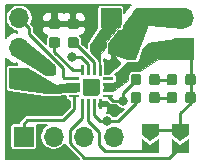
<source format=gbr>
G04 #@! TF.GenerationSoftware,KiCad,Pcbnew,5.1.5+dfsg1-2*
G04 #@! TF.CreationDate,2020-03-08T13:50:39+09:00*
G04 #@! TF.ProjectId,dbmbyhd,64626d62-7968-4642-9e6b-696361645f70,rev?*
G04 #@! TF.SameCoordinates,Original*
G04 #@! TF.FileFunction,Copper,L1,Top*
G04 #@! TF.FilePolarity,Positive*
%FSLAX46Y46*%
G04 Gerber Fmt 4.6, Leading zero omitted, Abs format (unit mm)*
G04 Created by KiCad (PCBNEW 5.1.5+dfsg1-2) date 2020-03-08 13:50:39*
%MOMM*%
%LPD*%
G04 APERTURE LIST*
%ADD10C,0.020000*%
%ADD11C,0.600000*%
%ADD12O,1.700000X1.700000*%
%ADD13R,1.700000X1.700000*%
%ADD14C,0.800000*%
%ADD15C,0.250000*%
%ADD16C,0.150000*%
%ADD17C,0.100000*%
G04 APERTURE END LIST*
G04 #@! TA.AperFunction,SMDPad,CuDef*
D10*
G36*
X146384626Y-100487301D02*
G01*
X146390693Y-100488201D01*
X146396643Y-100489691D01*
X146402418Y-100491758D01*
X146407962Y-100494380D01*
X146413223Y-100497533D01*
X146418150Y-100501187D01*
X146422694Y-100505306D01*
X146426813Y-100509850D01*
X146430467Y-100514777D01*
X146433620Y-100520038D01*
X146436242Y-100525582D01*
X146438309Y-100531357D01*
X146439799Y-100537307D01*
X146440699Y-100543374D01*
X146441000Y-100549500D01*
X146441000Y-101299500D01*
X146440699Y-101305626D01*
X146439799Y-101311693D01*
X146438309Y-101317643D01*
X146436242Y-101323418D01*
X146433620Y-101328962D01*
X146430467Y-101334223D01*
X146426813Y-101339150D01*
X146422694Y-101343694D01*
X146418150Y-101347813D01*
X146413223Y-101351467D01*
X146407962Y-101354620D01*
X146402418Y-101357242D01*
X146396643Y-101359309D01*
X146390693Y-101360799D01*
X146384626Y-101361699D01*
X146378500Y-101362000D01*
X146253500Y-101362000D01*
X146247374Y-101361699D01*
X146241307Y-101360799D01*
X146235357Y-101359309D01*
X146229582Y-101357242D01*
X146224038Y-101354620D01*
X146218777Y-101351467D01*
X146213850Y-101347813D01*
X146209306Y-101343694D01*
X146205187Y-101339150D01*
X146201533Y-101334223D01*
X146198380Y-101328962D01*
X146195758Y-101323418D01*
X146193691Y-101317643D01*
X146192201Y-101311693D01*
X146191301Y-101305626D01*
X146191000Y-101299500D01*
X146191000Y-100549500D01*
X146191301Y-100543374D01*
X146192201Y-100537307D01*
X146193691Y-100531357D01*
X146195758Y-100525582D01*
X146198380Y-100520038D01*
X146201533Y-100514777D01*
X146205187Y-100509850D01*
X146209306Y-100505306D01*
X146213850Y-100501187D01*
X146218777Y-100497533D01*
X146224038Y-100494380D01*
X146229582Y-100491758D01*
X146235357Y-100489691D01*
X146241307Y-100488201D01*
X146247374Y-100487301D01*
X146253500Y-100487000D01*
X146378500Y-100487000D01*
X146384626Y-100487301D01*
G37*
G04 #@! TD.AperFunction*
G04 #@! TA.AperFunction,SMDPad,CuDef*
G36*
X146884626Y-100487301D02*
G01*
X146890693Y-100488201D01*
X146896643Y-100489691D01*
X146902418Y-100491758D01*
X146907962Y-100494380D01*
X146913223Y-100497533D01*
X146918150Y-100501187D01*
X146922694Y-100505306D01*
X146926813Y-100509850D01*
X146930467Y-100514777D01*
X146933620Y-100520038D01*
X146936242Y-100525582D01*
X146938309Y-100531357D01*
X146939799Y-100537307D01*
X146940699Y-100543374D01*
X146941000Y-100549500D01*
X146941000Y-101299500D01*
X146940699Y-101305626D01*
X146939799Y-101311693D01*
X146938309Y-101317643D01*
X146936242Y-101323418D01*
X146933620Y-101328962D01*
X146930467Y-101334223D01*
X146926813Y-101339150D01*
X146922694Y-101343694D01*
X146918150Y-101347813D01*
X146913223Y-101351467D01*
X146907962Y-101354620D01*
X146902418Y-101357242D01*
X146896643Y-101359309D01*
X146890693Y-101360799D01*
X146884626Y-101361699D01*
X146878500Y-101362000D01*
X146753500Y-101362000D01*
X146747374Y-101361699D01*
X146741307Y-101360799D01*
X146735357Y-101359309D01*
X146729582Y-101357242D01*
X146724038Y-101354620D01*
X146718777Y-101351467D01*
X146713850Y-101347813D01*
X146709306Y-101343694D01*
X146705187Y-101339150D01*
X146701533Y-101334223D01*
X146698380Y-101328962D01*
X146695758Y-101323418D01*
X146693691Y-101317643D01*
X146692201Y-101311693D01*
X146691301Y-101305626D01*
X146691000Y-101299500D01*
X146691000Y-100549500D01*
X146691301Y-100543374D01*
X146692201Y-100537307D01*
X146693691Y-100531357D01*
X146695758Y-100525582D01*
X146698380Y-100520038D01*
X146701533Y-100514777D01*
X146705187Y-100509850D01*
X146709306Y-100505306D01*
X146713850Y-100501187D01*
X146718777Y-100497533D01*
X146724038Y-100494380D01*
X146729582Y-100491758D01*
X146735357Y-100489691D01*
X146741307Y-100488201D01*
X146747374Y-100487301D01*
X146753500Y-100487000D01*
X146878500Y-100487000D01*
X146884626Y-100487301D01*
G37*
G04 #@! TD.AperFunction*
G04 #@! TA.AperFunction,SMDPad,CuDef*
G36*
X147384626Y-100487301D02*
G01*
X147390693Y-100488201D01*
X147396643Y-100489691D01*
X147402418Y-100491758D01*
X147407962Y-100494380D01*
X147413223Y-100497533D01*
X147418150Y-100501187D01*
X147422694Y-100505306D01*
X147426813Y-100509850D01*
X147430467Y-100514777D01*
X147433620Y-100520038D01*
X147436242Y-100525582D01*
X147438309Y-100531357D01*
X147439799Y-100537307D01*
X147440699Y-100543374D01*
X147441000Y-100549500D01*
X147441000Y-101299500D01*
X147440699Y-101305626D01*
X147439799Y-101311693D01*
X147438309Y-101317643D01*
X147436242Y-101323418D01*
X147433620Y-101328962D01*
X147430467Y-101334223D01*
X147426813Y-101339150D01*
X147422694Y-101343694D01*
X147418150Y-101347813D01*
X147413223Y-101351467D01*
X147407962Y-101354620D01*
X147402418Y-101357242D01*
X147396643Y-101359309D01*
X147390693Y-101360799D01*
X147384626Y-101361699D01*
X147378500Y-101362000D01*
X147253500Y-101362000D01*
X147247374Y-101361699D01*
X147241307Y-101360799D01*
X147235357Y-101359309D01*
X147229582Y-101357242D01*
X147224038Y-101354620D01*
X147218777Y-101351467D01*
X147213850Y-101347813D01*
X147209306Y-101343694D01*
X147205187Y-101339150D01*
X147201533Y-101334223D01*
X147198380Y-101328962D01*
X147195758Y-101323418D01*
X147193691Y-101317643D01*
X147192201Y-101311693D01*
X147191301Y-101305626D01*
X147191000Y-101299500D01*
X147191000Y-100549500D01*
X147191301Y-100543374D01*
X147192201Y-100537307D01*
X147193691Y-100531357D01*
X147195758Y-100525582D01*
X147198380Y-100520038D01*
X147201533Y-100514777D01*
X147205187Y-100509850D01*
X147209306Y-100505306D01*
X147213850Y-100501187D01*
X147218777Y-100497533D01*
X147224038Y-100494380D01*
X147229582Y-100491758D01*
X147235357Y-100489691D01*
X147241307Y-100488201D01*
X147247374Y-100487301D01*
X147253500Y-100487000D01*
X147378500Y-100487000D01*
X147384626Y-100487301D01*
G37*
G04 #@! TD.AperFunction*
G04 #@! TA.AperFunction,SMDPad,CuDef*
G36*
X147884626Y-100487301D02*
G01*
X147890693Y-100488201D01*
X147896643Y-100489691D01*
X147902418Y-100491758D01*
X147907962Y-100494380D01*
X147913223Y-100497533D01*
X147918150Y-100501187D01*
X147922694Y-100505306D01*
X147926813Y-100509850D01*
X147930467Y-100514777D01*
X147933620Y-100520038D01*
X147936242Y-100525582D01*
X147938309Y-100531357D01*
X147939799Y-100537307D01*
X147940699Y-100543374D01*
X147941000Y-100549500D01*
X147941000Y-101299500D01*
X147940699Y-101305626D01*
X147939799Y-101311693D01*
X147938309Y-101317643D01*
X147936242Y-101323418D01*
X147933620Y-101328962D01*
X147930467Y-101334223D01*
X147926813Y-101339150D01*
X147922694Y-101343694D01*
X147918150Y-101347813D01*
X147913223Y-101351467D01*
X147907962Y-101354620D01*
X147902418Y-101357242D01*
X147896643Y-101359309D01*
X147890693Y-101360799D01*
X147884626Y-101361699D01*
X147878500Y-101362000D01*
X147753500Y-101362000D01*
X147747374Y-101361699D01*
X147741307Y-101360799D01*
X147735357Y-101359309D01*
X147729582Y-101357242D01*
X147724038Y-101354620D01*
X147718777Y-101351467D01*
X147713850Y-101347813D01*
X147709306Y-101343694D01*
X147705187Y-101339150D01*
X147701533Y-101334223D01*
X147698380Y-101328962D01*
X147695758Y-101323418D01*
X147693691Y-101317643D01*
X147692201Y-101311693D01*
X147691301Y-101305626D01*
X147691000Y-101299500D01*
X147691000Y-100549500D01*
X147691301Y-100543374D01*
X147692201Y-100537307D01*
X147693691Y-100531357D01*
X147695758Y-100525582D01*
X147698380Y-100520038D01*
X147701533Y-100514777D01*
X147705187Y-100509850D01*
X147709306Y-100505306D01*
X147713850Y-100501187D01*
X147718777Y-100497533D01*
X147724038Y-100494380D01*
X147729582Y-100491758D01*
X147735357Y-100489691D01*
X147741307Y-100488201D01*
X147747374Y-100487301D01*
X147753500Y-100487000D01*
X147878500Y-100487000D01*
X147884626Y-100487301D01*
G37*
G04 #@! TD.AperFunction*
G04 #@! TA.AperFunction,SMDPad,CuDef*
G36*
X148884626Y-101487301D02*
G01*
X148890693Y-101488201D01*
X148896643Y-101489691D01*
X148902418Y-101491758D01*
X148907962Y-101494380D01*
X148913223Y-101497533D01*
X148918150Y-101501187D01*
X148922694Y-101505306D01*
X148926813Y-101509850D01*
X148930467Y-101514777D01*
X148933620Y-101520038D01*
X148936242Y-101525582D01*
X148938309Y-101531357D01*
X148939799Y-101537307D01*
X148940699Y-101543374D01*
X148941000Y-101549500D01*
X148941000Y-101674500D01*
X148940699Y-101680626D01*
X148939799Y-101686693D01*
X148938309Y-101692643D01*
X148936242Y-101698418D01*
X148933620Y-101703962D01*
X148930467Y-101709223D01*
X148926813Y-101714150D01*
X148922694Y-101718694D01*
X148918150Y-101722813D01*
X148913223Y-101726467D01*
X148907962Y-101729620D01*
X148902418Y-101732242D01*
X148896643Y-101734309D01*
X148890693Y-101735799D01*
X148884626Y-101736699D01*
X148878500Y-101737000D01*
X148128500Y-101737000D01*
X148122374Y-101736699D01*
X148116307Y-101735799D01*
X148110357Y-101734309D01*
X148104582Y-101732242D01*
X148099038Y-101729620D01*
X148093777Y-101726467D01*
X148088850Y-101722813D01*
X148084306Y-101718694D01*
X148080187Y-101714150D01*
X148076533Y-101709223D01*
X148073380Y-101703962D01*
X148070758Y-101698418D01*
X148068691Y-101692643D01*
X148067201Y-101686693D01*
X148066301Y-101680626D01*
X148066000Y-101674500D01*
X148066000Y-101549500D01*
X148066301Y-101543374D01*
X148067201Y-101537307D01*
X148068691Y-101531357D01*
X148070758Y-101525582D01*
X148073380Y-101520038D01*
X148076533Y-101514777D01*
X148080187Y-101509850D01*
X148084306Y-101505306D01*
X148088850Y-101501187D01*
X148093777Y-101497533D01*
X148099038Y-101494380D01*
X148104582Y-101491758D01*
X148110357Y-101489691D01*
X148116307Y-101488201D01*
X148122374Y-101487301D01*
X148128500Y-101487000D01*
X148878500Y-101487000D01*
X148884626Y-101487301D01*
G37*
G04 #@! TD.AperFunction*
G04 #@! TA.AperFunction,SMDPad,CuDef*
G36*
X148884626Y-101987301D02*
G01*
X148890693Y-101988201D01*
X148896643Y-101989691D01*
X148902418Y-101991758D01*
X148907962Y-101994380D01*
X148913223Y-101997533D01*
X148918150Y-102001187D01*
X148922694Y-102005306D01*
X148926813Y-102009850D01*
X148930467Y-102014777D01*
X148933620Y-102020038D01*
X148936242Y-102025582D01*
X148938309Y-102031357D01*
X148939799Y-102037307D01*
X148940699Y-102043374D01*
X148941000Y-102049500D01*
X148941000Y-102174500D01*
X148940699Y-102180626D01*
X148939799Y-102186693D01*
X148938309Y-102192643D01*
X148936242Y-102198418D01*
X148933620Y-102203962D01*
X148930467Y-102209223D01*
X148926813Y-102214150D01*
X148922694Y-102218694D01*
X148918150Y-102222813D01*
X148913223Y-102226467D01*
X148907962Y-102229620D01*
X148902418Y-102232242D01*
X148896643Y-102234309D01*
X148890693Y-102235799D01*
X148884626Y-102236699D01*
X148878500Y-102237000D01*
X148128500Y-102237000D01*
X148122374Y-102236699D01*
X148116307Y-102235799D01*
X148110357Y-102234309D01*
X148104582Y-102232242D01*
X148099038Y-102229620D01*
X148093777Y-102226467D01*
X148088850Y-102222813D01*
X148084306Y-102218694D01*
X148080187Y-102214150D01*
X148076533Y-102209223D01*
X148073380Y-102203962D01*
X148070758Y-102198418D01*
X148068691Y-102192643D01*
X148067201Y-102186693D01*
X148066301Y-102180626D01*
X148066000Y-102174500D01*
X148066000Y-102049500D01*
X148066301Y-102043374D01*
X148067201Y-102037307D01*
X148068691Y-102031357D01*
X148070758Y-102025582D01*
X148073380Y-102020038D01*
X148076533Y-102014777D01*
X148080187Y-102009850D01*
X148084306Y-102005306D01*
X148088850Y-102001187D01*
X148093777Y-101997533D01*
X148099038Y-101994380D01*
X148104582Y-101991758D01*
X148110357Y-101989691D01*
X148116307Y-101988201D01*
X148122374Y-101987301D01*
X148128500Y-101987000D01*
X148878500Y-101987000D01*
X148884626Y-101987301D01*
G37*
G04 #@! TD.AperFunction*
G04 #@! TA.AperFunction,SMDPad,CuDef*
G36*
X148884626Y-102487301D02*
G01*
X148890693Y-102488201D01*
X148896643Y-102489691D01*
X148902418Y-102491758D01*
X148907962Y-102494380D01*
X148913223Y-102497533D01*
X148918150Y-102501187D01*
X148922694Y-102505306D01*
X148926813Y-102509850D01*
X148930467Y-102514777D01*
X148933620Y-102520038D01*
X148936242Y-102525582D01*
X148938309Y-102531357D01*
X148939799Y-102537307D01*
X148940699Y-102543374D01*
X148941000Y-102549500D01*
X148941000Y-102674500D01*
X148940699Y-102680626D01*
X148939799Y-102686693D01*
X148938309Y-102692643D01*
X148936242Y-102698418D01*
X148933620Y-102703962D01*
X148930467Y-102709223D01*
X148926813Y-102714150D01*
X148922694Y-102718694D01*
X148918150Y-102722813D01*
X148913223Y-102726467D01*
X148907962Y-102729620D01*
X148902418Y-102732242D01*
X148896643Y-102734309D01*
X148890693Y-102735799D01*
X148884626Y-102736699D01*
X148878500Y-102737000D01*
X148128500Y-102737000D01*
X148122374Y-102736699D01*
X148116307Y-102735799D01*
X148110357Y-102734309D01*
X148104582Y-102732242D01*
X148099038Y-102729620D01*
X148093777Y-102726467D01*
X148088850Y-102722813D01*
X148084306Y-102718694D01*
X148080187Y-102714150D01*
X148076533Y-102709223D01*
X148073380Y-102703962D01*
X148070758Y-102698418D01*
X148068691Y-102692643D01*
X148067201Y-102686693D01*
X148066301Y-102680626D01*
X148066000Y-102674500D01*
X148066000Y-102549500D01*
X148066301Y-102543374D01*
X148067201Y-102537307D01*
X148068691Y-102531357D01*
X148070758Y-102525582D01*
X148073380Y-102520038D01*
X148076533Y-102514777D01*
X148080187Y-102509850D01*
X148084306Y-102505306D01*
X148088850Y-102501187D01*
X148093777Y-102497533D01*
X148099038Y-102494380D01*
X148104582Y-102491758D01*
X148110357Y-102489691D01*
X148116307Y-102488201D01*
X148122374Y-102487301D01*
X148128500Y-102487000D01*
X148878500Y-102487000D01*
X148884626Y-102487301D01*
G37*
G04 #@! TD.AperFunction*
G04 #@! TA.AperFunction,SMDPad,CuDef*
G36*
X148884626Y-102987301D02*
G01*
X148890693Y-102988201D01*
X148896643Y-102989691D01*
X148902418Y-102991758D01*
X148907962Y-102994380D01*
X148913223Y-102997533D01*
X148918150Y-103001187D01*
X148922694Y-103005306D01*
X148926813Y-103009850D01*
X148930467Y-103014777D01*
X148933620Y-103020038D01*
X148936242Y-103025582D01*
X148938309Y-103031357D01*
X148939799Y-103037307D01*
X148940699Y-103043374D01*
X148941000Y-103049500D01*
X148941000Y-103174500D01*
X148940699Y-103180626D01*
X148939799Y-103186693D01*
X148938309Y-103192643D01*
X148936242Y-103198418D01*
X148933620Y-103203962D01*
X148930467Y-103209223D01*
X148926813Y-103214150D01*
X148922694Y-103218694D01*
X148918150Y-103222813D01*
X148913223Y-103226467D01*
X148907962Y-103229620D01*
X148902418Y-103232242D01*
X148896643Y-103234309D01*
X148890693Y-103235799D01*
X148884626Y-103236699D01*
X148878500Y-103237000D01*
X148128500Y-103237000D01*
X148122374Y-103236699D01*
X148116307Y-103235799D01*
X148110357Y-103234309D01*
X148104582Y-103232242D01*
X148099038Y-103229620D01*
X148093777Y-103226467D01*
X148088850Y-103222813D01*
X148084306Y-103218694D01*
X148080187Y-103214150D01*
X148076533Y-103209223D01*
X148073380Y-103203962D01*
X148070758Y-103198418D01*
X148068691Y-103192643D01*
X148067201Y-103186693D01*
X148066301Y-103180626D01*
X148066000Y-103174500D01*
X148066000Y-103049500D01*
X148066301Y-103043374D01*
X148067201Y-103037307D01*
X148068691Y-103031357D01*
X148070758Y-103025582D01*
X148073380Y-103020038D01*
X148076533Y-103014777D01*
X148080187Y-103009850D01*
X148084306Y-103005306D01*
X148088850Y-103001187D01*
X148093777Y-102997533D01*
X148099038Y-102994380D01*
X148104582Y-102991758D01*
X148110357Y-102989691D01*
X148116307Y-102988201D01*
X148122374Y-102987301D01*
X148128500Y-102987000D01*
X148878500Y-102987000D01*
X148884626Y-102987301D01*
G37*
G04 #@! TD.AperFunction*
G04 #@! TA.AperFunction,SMDPad,CuDef*
G36*
X147884626Y-103362301D02*
G01*
X147890693Y-103363201D01*
X147896643Y-103364691D01*
X147902418Y-103366758D01*
X147907962Y-103369380D01*
X147913223Y-103372533D01*
X147918150Y-103376187D01*
X147922694Y-103380306D01*
X147926813Y-103384850D01*
X147930467Y-103389777D01*
X147933620Y-103395038D01*
X147936242Y-103400582D01*
X147938309Y-103406357D01*
X147939799Y-103412307D01*
X147940699Y-103418374D01*
X147941000Y-103424500D01*
X147941000Y-104174500D01*
X147940699Y-104180626D01*
X147939799Y-104186693D01*
X147938309Y-104192643D01*
X147936242Y-104198418D01*
X147933620Y-104203962D01*
X147930467Y-104209223D01*
X147926813Y-104214150D01*
X147922694Y-104218694D01*
X147918150Y-104222813D01*
X147913223Y-104226467D01*
X147907962Y-104229620D01*
X147902418Y-104232242D01*
X147896643Y-104234309D01*
X147890693Y-104235799D01*
X147884626Y-104236699D01*
X147878500Y-104237000D01*
X147753500Y-104237000D01*
X147747374Y-104236699D01*
X147741307Y-104235799D01*
X147735357Y-104234309D01*
X147729582Y-104232242D01*
X147724038Y-104229620D01*
X147718777Y-104226467D01*
X147713850Y-104222813D01*
X147709306Y-104218694D01*
X147705187Y-104214150D01*
X147701533Y-104209223D01*
X147698380Y-104203962D01*
X147695758Y-104198418D01*
X147693691Y-104192643D01*
X147692201Y-104186693D01*
X147691301Y-104180626D01*
X147691000Y-104174500D01*
X147691000Y-103424500D01*
X147691301Y-103418374D01*
X147692201Y-103412307D01*
X147693691Y-103406357D01*
X147695758Y-103400582D01*
X147698380Y-103395038D01*
X147701533Y-103389777D01*
X147705187Y-103384850D01*
X147709306Y-103380306D01*
X147713850Y-103376187D01*
X147718777Y-103372533D01*
X147724038Y-103369380D01*
X147729582Y-103366758D01*
X147735357Y-103364691D01*
X147741307Y-103363201D01*
X147747374Y-103362301D01*
X147753500Y-103362000D01*
X147878500Y-103362000D01*
X147884626Y-103362301D01*
G37*
G04 #@! TD.AperFunction*
G04 #@! TA.AperFunction,SMDPad,CuDef*
G36*
X147384626Y-103362301D02*
G01*
X147390693Y-103363201D01*
X147396643Y-103364691D01*
X147402418Y-103366758D01*
X147407962Y-103369380D01*
X147413223Y-103372533D01*
X147418150Y-103376187D01*
X147422694Y-103380306D01*
X147426813Y-103384850D01*
X147430467Y-103389777D01*
X147433620Y-103395038D01*
X147436242Y-103400582D01*
X147438309Y-103406357D01*
X147439799Y-103412307D01*
X147440699Y-103418374D01*
X147441000Y-103424500D01*
X147441000Y-104174500D01*
X147440699Y-104180626D01*
X147439799Y-104186693D01*
X147438309Y-104192643D01*
X147436242Y-104198418D01*
X147433620Y-104203962D01*
X147430467Y-104209223D01*
X147426813Y-104214150D01*
X147422694Y-104218694D01*
X147418150Y-104222813D01*
X147413223Y-104226467D01*
X147407962Y-104229620D01*
X147402418Y-104232242D01*
X147396643Y-104234309D01*
X147390693Y-104235799D01*
X147384626Y-104236699D01*
X147378500Y-104237000D01*
X147253500Y-104237000D01*
X147247374Y-104236699D01*
X147241307Y-104235799D01*
X147235357Y-104234309D01*
X147229582Y-104232242D01*
X147224038Y-104229620D01*
X147218777Y-104226467D01*
X147213850Y-104222813D01*
X147209306Y-104218694D01*
X147205187Y-104214150D01*
X147201533Y-104209223D01*
X147198380Y-104203962D01*
X147195758Y-104198418D01*
X147193691Y-104192643D01*
X147192201Y-104186693D01*
X147191301Y-104180626D01*
X147191000Y-104174500D01*
X147191000Y-103424500D01*
X147191301Y-103418374D01*
X147192201Y-103412307D01*
X147193691Y-103406357D01*
X147195758Y-103400582D01*
X147198380Y-103395038D01*
X147201533Y-103389777D01*
X147205187Y-103384850D01*
X147209306Y-103380306D01*
X147213850Y-103376187D01*
X147218777Y-103372533D01*
X147224038Y-103369380D01*
X147229582Y-103366758D01*
X147235357Y-103364691D01*
X147241307Y-103363201D01*
X147247374Y-103362301D01*
X147253500Y-103362000D01*
X147378500Y-103362000D01*
X147384626Y-103362301D01*
G37*
G04 #@! TD.AperFunction*
G04 #@! TA.AperFunction,SMDPad,CuDef*
G36*
X146884626Y-103362301D02*
G01*
X146890693Y-103363201D01*
X146896643Y-103364691D01*
X146902418Y-103366758D01*
X146907962Y-103369380D01*
X146913223Y-103372533D01*
X146918150Y-103376187D01*
X146922694Y-103380306D01*
X146926813Y-103384850D01*
X146930467Y-103389777D01*
X146933620Y-103395038D01*
X146936242Y-103400582D01*
X146938309Y-103406357D01*
X146939799Y-103412307D01*
X146940699Y-103418374D01*
X146941000Y-103424500D01*
X146941000Y-104174500D01*
X146940699Y-104180626D01*
X146939799Y-104186693D01*
X146938309Y-104192643D01*
X146936242Y-104198418D01*
X146933620Y-104203962D01*
X146930467Y-104209223D01*
X146926813Y-104214150D01*
X146922694Y-104218694D01*
X146918150Y-104222813D01*
X146913223Y-104226467D01*
X146907962Y-104229620D01*
X146902418Y-104232242D01*
X146896643Y-104234309D01*
X146890693Y-104235799D01*
X146884626Y-104236699D01*
X146878500Y-104237000D01*
X146753500Y-104237000D01*
X146747374Y-104236699D01*
X146741307Y-104235799D01*
X146735357Y-104234309D01*
X146729582Y-104232242D01*
X146724038Y-104229620D01*
X146718777Y-104226467D01*
X146713850Y-104222813D01*
X146709306Y-104218694D01*
X146705187Y-104214150D01*
X146701533Y-104209223D01*
X146698380Y-104203962D01*
X146695758Y-104198418D01*
X146693691Y-104192643D01*
X146692201Y-104186693D01*
X146691301Y-104180626D01*
X146691000Y-104174500D01*
X146691000Y-103424500D01*
X146691301Y-103418374D01*
X146692201Y-103412307D01*
X146693691Y-103406357D01*
X146695758Y-103400582D01*
X146698380Y-103395038D01*
X146701533Y-103389777D01*
X146705187Y-103384850D01*
X146709306Y-103380306D01*
X146713850Y-103376187D01*
X146718777Y-103372533D01*
X146724038Y-103369380D01*
X146729582Y-103366758D01*
X146735357Y-103364691D01*
X146741307Y-103363201D01*
X146747374Y-103362301D01*
X146753500Y-103362000D01*
X146878500Y-103362000D01*
X146884626Y-103362301D01*
G37*
G04 #@! TD.AperFunction*
G04 #@! TA.AperFunction,SMDPad,CuDef*
G36*
X146384626Y-103362301D02*
G01*
X146390693Y-103363201D01*
X146396643Y-103364691D01*
X146402418Y-103366758D01*
X146407962Y-103369380D01*
X146413223Y-103372533D01*
X146418150Y-103376187D01*
X146422694Y-103380306D01*
X146426813Y-103384850D01*
X146430467Y-103389777D01*
X146433620Y-103395038D01*
X146436242Y-103400582D01*
X146438309Y-103406357D01*
X146439799Y-103412307D01*
X146440699Y-103418374D01*
X146441000Y-103424500D01*
X146441000Y-104174500D01*
X146440699Y-104180626D01*
X146439799Y-104186693D01*
X146438309Y-104192643D01*
X146436242Y-104198418D01*
X146433620Y-104203962D01*
X146430467Y-104209223D01*
X146426813Y-104214150D01*
X146422694Y-104218694D01*
X146418150Y-104222813D01*
X146413223Y-104226467D01*
X146407962Y-104229620D01*
X146402418Y-104232242D01*
X146396643Y-104234309D01*
X146390693Y-104235799D01*
X146384626Y-104236699D01*
X146378500Y-104237000D01*
X146253500Y-104237000D01*
X146247374Y-104236699D01*
X146241307Y-104235799D01*
X146235357Y-104234309D01*
X146229582Y-104232242D01*
X146224038Y-104229620D01*
X146218777Y-104226467D01*
X146213850Y-104222813D01*
X146209306Y-104218694D01*
X146205187Y-104214150D01*
X146201533Y-104209223D01*
X146198380Y-104203962D01*
X146195758Y-104198418D01*
X146193691Y-104192643D01*
X146192201Y-104186693D01*
X146191301Y-104180626D01*
X146191000Y-104174500D01*
X146191000Y-103424500D01*
X146191301Y-103418374D01*
X146192201Y-103412307D01*
X146193691Y-103406357D01*
X146195758Y-103400582D01*
X146198380Y-103395038D01*
X146201533Y-103389777D01*
X146205187Y-103384850D01*
X146209306Y-103380306D01*
X146213850Y-103376187D01*
X146218777Y-103372533D01*
X146224038Y-103369380D01*
X146229582Y-103366758D01*
X146235357Y-103364691D01*
X146241307Y-103363201D01*
X146247374Y-103362301D01*
X146253500Y-103362000D01*
X146378500Y-103362000D01*
X146384626Y-103362301D01*
G37*
G04 #@! TD.AperFunction*
G04 #@! TA.AperFunction,SMDPad,CuDef*
G36*
X146009626Y-102987301D02*
G01*
X146015693Y-102988201D01*
X146021643Y-102989691D01*
X146027418Y-102991758D01*
X146032962Y-102994380D01*
X146038223Y-102997533D01*
X146043150Y-103001187D01*
X146047694Y-103005306D01*
X146051813Y-103009850D01*
X146055467Y-103014777D01*
X146058620Y-103020038D01*
X146061242Y-103025582D01*
X146063309Y-103031357D01*
X146064799Y-103037307D01*
X146065699Y-103043374D01*
X146066000Y-103049500D01*
X146066000Y-103174500D01*
X146065699Y-103180626D01*
X146064799Y-103186693D01*
X146063309Y-103192643D01*
X146061242Y-103198418D01*
X146058620Y-103203962D01*
X146055467Y-103209223D01*
X146051813Y-103214150D01*
X146047694Y-103218694D01*
X146043150Y-103222813D01*
X146038223Y-103226467D01*
X146032962Y-103229620D01*
X146027418Y-103232242D01*
X146021643Y-103234309D01*
X146015693Y-103235799D01*
X146009626Y-103236699D01*
X146003500Y-103237000D01*
X145253500Y-103237000D01*
X145247374Y-103236699D01*
X145241307Y-103235799D01*
X145235357Y-103234309D01*
X145229582Y-103232242D01*
X145224038Y-103229620D01*
X145218777Y-103226467D01*
X145213850Y-103222813D01*
X145209306Y-103218694D01*
X145205187Y-103214150D01*
X145201533Y-103209223D01*
X145198380Y-103203962D01*
X145195758Y-103198418D01*
X145193691Y-103192643D01*
X145192201Y-103186693D01*
X145191301Y-103180626D01*
X145191000Y-103174500D01*
X145191000Y-103049500D01*
X145191301Y-103043374D01*
X145192201Y-103037307D01*
X145193691Y-103031357D01*
X145195758Y-103025582D01*
X145198380Y-103020038D01*
X145201533Y-103014777D01*
X145205187Y-103009850D01*
X145209306Y-103005306D01*
X145213850Y-103001187D01*
X145218777Y-102997533D01*
X145224038Y-102994380D01*
X145229582Y-102991758D01*
X145235357Y-102989691D01*
X145241307Y-102988201D01*
X145247374Y-102987301D01*
X145253500Y-102987000D01*
X146003500Y-102987000D01*
X146009626Y-102987301D01*
G37*
G04 #@! TD.AperFunction*
G04 #@! TA.AperFunction,SMDPad,CuDef*
G36*
X146009626Y-102487301D02*
G01*
X146015693Y-102488201D01*
X146021643Y-102489691D01*
X146027418Y-102491758D01*
X146032962Y-102494380D01*
X146038223Y-102497533D01*
X146043150Y-102501187D01*
X146047694Y-102505306D01*
X146051813Y-102509850D01*
X146055467Y-102514777D01*
X146058620Y-102520038D01*
X146061242Y-102525582D01*
X146063309Y-102531357D01*
X146064799Y-102537307D01*
X146065699Y-102543374D01*
X146066000Y-102549500D01*
X146066000Y-102674500D01*
X146065699Y-102680626D01*
X146064799Y-102686693D01*
X146063309Y-102692643D01*
X146061242Y-102698418D01*
X146058620Y-102703962D01*
X146055467Y-102709223D01*
X146051813Y-102714150D01*
X146047694Y-102718694D01*
X146043150Y-102722813D01*
X146038223Y-102726467D01*
X146032962Y-102729620D01*
X146027418Y-102732242D01*
X146021643Y-102734309D01*
X146015693Y-102735799D01*
X146009626Y-102736699D01*
X146003500Y-102737000D01*
X145253500Y-102737000D01*
X145247374Y-102736699D01*
X145241307Y-102735799D01*
X145235357Y-102734309D01*
X145229582Y-102732242D01*
X145224038Y-102729620D01*
X145218777Y-102726467D01*
X145213850Y-102722813D01*
X145209306Y-102718694D01*
X145205187Y-102714150D01*
X145201533Y-102709223D01*
X145198380Y-102703962D01*
X145195758Y-102698418D01*
X145193691Y-102692643D01*
X145192201Y-102686693D01*
X145191301Y-102680626D01*
X145191000Y-102674500D01*
X145191000Y-102549500D01*
X145191301Y-102543374D01*
X145192201Y-102537307D01*
X145193691Y-102531357D01*
X145195758Y-102525582D01*
X145198380Y-102520038D01*
X145201533Y-102514777D01*
X145205187Y-102509850D01*
X145209306Y-102505306D01*
X145213850Y-102501187D01*
X145218777Y-102497533D01*
X145224038Y-102494380D01*
X145229582Y-102491758D01*
X145235357Y-102489691D01*
X145241307Y-102488201D01*
X145247374Y-102487301D01*
X145253500Y-102487000D01*
X146003500Y-102487000D01*
X146009626Y-102487301D01*
G37*
G04 #@! TD.AperFunction*
G04 #@! TA.AperFunction,SMDPad,CuDef*
G36*
X146009626Y-101987301D02*
G01*
X146015693Y-101988201D01*
X146021643Y-101989691D01*
X146027418Y-101991758D01*
X146032962Y-101994380D01*
X146038223Y-101997533D01*
X146043150Y-102001187D01*
X146047694Y-102005306D01*
X146051813Y-102009850D01*
X146055467Y-102014777D01*
X146058620Y-102020038D01*
X146061242Y-102025582D01*
X146063309Y-102031357D01*
X146064799Y-102037307D01*
X146065699Y-102043374D01*
X146066000Y-102049500D01*
X146066000Y-102174500D01*
X146065699Y-102180626D01*
X146064799Y-102186693D01*
X146063309Y-102192643D01*
X146061242Y-102198418D01*
X146058620Y-102203962D01*
X146055467Y-102209223D01*
X146051813Y-102214150D01*
X146047694Y-102218694D01*
X146043150Y-102222813D01*
X146038223Y-102226467D01*
X146032962Y-102229620D01*
X146027418Y-102232242D01*
X146021643Y-102234309D01*
X146015693Y-102235799D01*
X146009626Y-102236699D01*
X146003500Y-102237000D01*
X145253500Y-102237000D01*
X145247374Y-102236699D01*
X145241307Y-102235799D01*
X145235357Y-102234309D01*
X145229582Y-102232242D01*
X145224038Y-102229620D01*
X145218777Y-102226467D01*
X145213850Y-102222813D01*
X145209306Y-102218694D01*
X145205187Y-102214150D01*
X145201533Y-102209223D01*
X145198380Y-102203962D01*
X145195758Y-102198418D01*
X145193691Y-102192643D01*
X145192201Y-102186693D01*
X145191301Y-102180626D01*
X145191000Y-102174500D01*
X145191000Y-102049500D01*
X145191301Y-102043374D01*
X145192201Y-102037307D01*
X145193691Y-102031357D01*
X145195758Y-102025582D01*
X145198380Y-102020038D01*
X145201533Y-102014777D01*
X145205187Y-102009850D01*
X145209306Y-102005306D01*
X145213850Y-102001187D01*
X145218777Y-101997533D01*
X145224038Y-101994380D01*
X145229582Y-101991758D01*
X145235357Y-101989691D01*
X145241307Y-101988201D01*
X145247374Y-101987301D01*
X145253500Y-101987000D01*
X146003500Y-101987000D01*
X146009626Y-101987301D01*
G37*
G04 #@! TD.AperFunction*
G04 #@! TA.AperFunction,SMDPad,CuDef*
G36*
X146009626Y-101487301D02*
G01*
X146015693Y-101488201D01*
X146021643Y-101489691D01*
X146027418Y-101491758D01*
X146032962Y-101494380D01*
X146038223Y-101497533D01*
X146043150Y-101501187D01*
X146047694Y-101505306D01*
X146051813Y-101509850D01*
X146055467Y-101514777D01*
X146058620Y-101520038D01*
X146061242Y-101525582D01*
X146063309Y-101531357D01*
X146064799Y-101537307D01*
X146065699Y-101543374D01*
X146066000Y-101549500D01*
X146066000Y-101674500D01*
X146065699Y-101680626D01*
X146064799Y-101686693D01*
X146063309Y-101692643D01*
X146061242Y-101698418D01*
X146058620Y-101703962D01*
X146055467Y-101709223D01*
X146051813Y-101714150D01*
X146047694Y-101718694D01*
X146043150Y-101722813D01*
X146038223Y-101726467D01*
X146032962Y-101729620D01*
X146027418Y-101732242D01*
X146021643Y-101734309D01*
X146015693Y-101735799D01*
X146009626Y-101736699D01*
X146003500Y-101737000D01*
X145253500Y-101737000D01*
X145247374Y-101736699D01*
X145241307Y-101735799D01*
X145235357Y-101734309D01*
X145229582Y-101732242D01*
X145224038Y-101729620D01*
X145218777Y-101726467D01*
X145213850Y-101722813D01*
X145209306Y-101718694D01*
X145205187Y-101714150D01*
X145201533Y-101709223D01*
X145198380Y-101703962D01*
X145195758Y-101698418D01*
X145193691Y-101692643D01*
X145192201Y-101686693D01*
X145191301Y-101680626D01*
X145191000Y-101674500D01*
X145191000Y-101549500D01*
X145191301Y-101543374D01*
X145192201Y-101537307D01*
X145193691Y-101531357D01*
X145195758Y-101525582D01*
X145198380Y-101520038D01*
X145201533Y-101514777D01*
X145205187Y-101509850D01*
X145209306Y-101505306D01*
X145213850Y-101501187D01*
X145218777Y-101497533D01*
X145224038Y-101494380D01*
X145229582Y-101491758D01*
X145235357Y-101489691D01*
X145241307Y-101488201D01*
X145247374Y-101487301D01*
X145253500Y-101487000D01*
X146003500Y-101487000D01*
X146009626Y-101487301D01*
G37*
G04 #@! TD.AperFunction*
D11*
X147491000Y-102787000D03*
X146641000Y-102787000D03*
X147491000Y-101937000D03*
X146641000Y-101937000D03*
G04 #@! TA.AperFunction,SMDPad,CuDef*
D10*
G36*
X147565504Y-101638204D02*
G01*
X147589773Y-101641804D01*
X147613571Y-101647765D01*
X147636671Y-101656030D01*
X147658849Y-101666520D01*
X147679893Y-101679133D01*
X147699598Y-101693747D01*
X147717777Y-101710223D01*
X147734253Y-101728402D01*
X147748867Y-101748107D01*
X147761480Y-101769151D01*
X147771970Y-101791329D01*
X147780235Y-101814429D01*
X147786196Y-101838227D01*
X147789796Y-101862496D01*
X147791000Y-101887000D01*
X147791000Y-102837000D01*
X147789796Y-102861504D01*
X147786196Y-102885773D01*
X147780235Y-102909571D01*
X147771970Y-102932671D01*
X147761480Y-102954849D01*
X147748867Y-102975893D01*
X147734253Y-102995598D01*
X147717777Y-103013777D01*
X147699598Y-103030253D01*
X147679893Y-103044867D01*
X147658849Y-103057480D01*
X147636671Y-103067970D01*
X147613571Y-103076235D01*
X147589773Y-103082196D01*
X147565504Y-103085796D01*
X147541000Y-103087000D01*
X146591000Y-103087000D01*
X146566496Y-103085796D01*
X146542227Y-103082196D01*
X146518429Y-103076235D01*
X146495329Y-103067970D01*
X146473151Y-103057480D01*
X146452107Y-103044867D01*
X146432402Y-103030253D01*
X146414223Y-103013777D01*
X146397747Y-102995598D01*
X146383133Y-102975893D01*
X146370520Y-102954849D01*
X146360030Y-102932671D01*
X146351765Y-102909571D01*
X146345804Y-102885773D01*
X146342204Y-102861504D01*
X146341000Y-102837000D01*
X146341000Y-101887000D01*
X146342204Y-101862496D01*
X146345804Y-101838227D01*
X146351765Y-101814429D01*
X146360030Y-101791329D01*
X146370520Y-101769151D01*
X146383133Y-101748107D01*
X146397747Y-101728402D01*
X146414223Y-101710223D01*
X146432402Y-101693747D01*
X146452107Y-101679133D01*
X146473151Y-101666520D01*
X146495329Y-101656030D01*
X146518429Y-101647765D01*
X146542227Y-101641804D01*
X146566496Y-101638204D01*
X146591000Y-101637000D01*
X147541000Y-101637000D01*
X147565504Y-101638204D01*
G37*
G04 #@! TD.AperFunction*
G04 #@! TA.AperFunction,SMDPad,CuDef*
G36*
X144232191Y-96566053D02*
G01*
X144253426Y-96569203D01*
X144274250Y-96574419D01*
X144294462Y-96581651D01*
X144313868Y-96590830D01*
X144332281Y-96601866D01*
X144349524Y-96614654D01*
X144365430Y-96629070D01*
X144379846Y-96644976D01*
X144392634Y-96662219D01*
X144403670Y-96680632D01*
X144412849Y-96700038D01*
X144420081Y-96720250D01*
X144425297Y-96741074D01*
X144428447Y-96762309D01*
X144429500Y-96783750D01*
X144429500Y-97221250D01*
X144428447Y-97242691D01*
X144425297Y-97263926D01*
X144420081Y-97284750D01*
X144412849Y-97304962D01*
X144403670Y-97324368D01*
X144392634Y-97342781D01*
X144379846Y-97360024D01*
X144365430Y-97375930D01*
X144349524Y-97390346D01*
X144332281Y-97403134D01*
X144313868Y-97414170D01*
X144294462Y-97423349D01*
X144274250Y-97430581D01*
X144253426Y-97435797D01*
X144232191Y-97438947D01*
X144210750Y-97440000D01*
X143698250Y-97440000D01*
X143676809Y-97438947D01*
X143655574Y-97435797D01*
X143634750Y-97430581D01*
X143614538Y-97423349D01*
X143595132Y-97414170D01*
X143576719Y-97403134D01*
X143559476Y-97390346D01*
X143543570Y-97375930D01*
X143529154Y-97360024D01*
X143516366Y-97342781D01*
X143505330Y-97324368D01*
X143496151Y-97304962D01*
X143488919Y-97284750D01*
X143483703Y-97263926D01*
X143480553Y-97242691D01*
X143479500Y-97221250D01*
X143479500Y-96783750D01*
X143480553Y-96762309D01*
X143483703Y-96741074D01*
X143488919Y-96720250D01*
X143496151Y-96700038D01*
X143505330Y-96680632D01*
X143516366Y-96662219D01*
X143529154Y-96644976D01*
X143543570Y-96629070D01*
X143559476Y-96614654D01*
X143576719Y-96601866D01*
X143595132Y-96590830D01*
X143614538Y-96581651D01*
X143634750Y-96574419D01*
X143655574Y-96569203D01*
X143676809Y-96566053D01*
X143698250Y-96565000D01*
X144210750Y-96565000D01*
X144232191Y-96566053D01*
G37*
G04 #@! TD.AperFunction*
G04 #@! TA.AperFunction,SMDPad,CuDef*
G36*
X144232191Y-98141053D02*
G01*
X144253426Y-98144203D01*
X144274250Y-98149419D01*
X144294462Y-98156651D01*
X144313868Y-98165830D01*
X144332281Y-98176866D01*
X144349524Y-98189654D01*
X144365430Y-98204070D01*
X144379846Y-98219976D01*
X144392634Y-98237219D01*
X144403670Y-98255632D01*
X144412849Y-98275038D01*
X144420081Y-98295250D01*
X144425297Y-98316074D01*
X144428447Y-98337309D01*
X144429500Y-98358750D01*
X144429500Y-98796250D01*
X144428447Y-98817691D01*
X144425297Y-98838926D01*
X144420081Y-98859750D01*
X144412849Y-98879962D01*
X144403670Y-98899368D01*
X144392634Y-98917781D01*
X144379846Y-98935024D01*
X144365430Y-98950930D01*
X144349524Y-98965346D01*
X144332281Y-98978134D01*
X144313868Y-98989170D01*
X144294462Y-98998349D01*
X144274250Y-99005581D01*
X144253426Y-99010797D01*
X144232191Y-99013947D01*
X144210750Y-99015000D01*
X143698250Y-99015000D01*
X143676809Y-99013947D01*
X143655574Y-99010797D01*
X143634750Y-99005581D01*
X143614538Y-98998349D01*
X143595132Y-98989170D01*
X143576719Y-98978134D01*
X143559476Y-98965346D01*
X143543570Y-98950930D01*
X143529154Y-98935024D01*
X143516366Y-98917781D01*
X143505330Y-98899368D01*
X143496151Y-98879962D01*
X143488919Y-98859750D01*
X143483703Y-98838926D01*
X143480553Y-98817691D01*
X143479500Y-98796250D01*
X143479500Y-98358750D01*
X143480553Y-98337309D01*
X143483703Y-98316074D01*
X143488919Y-98295250D01*
X143496151Y-98275038D01*
X143505330Y-98255632D01*
X143516366Y-98237219D01*
X143529154Y-98219976D01*
X143543570Y-98204070D01*
X143559476Y-98189654D01*
X143576719Y-98176866D01*
X143595132Y-98165830D01*
X143614538Y-98156651D01*
X143634750Y-98149419D01*
X143655574Y-98144203D01*
X143676809Y-98141053D01*
X143698250Y-98140000D01*
X144210750Y-98140000D01*
X144232191Y-98141053D01*
G37*
G04 #@! TD.AperFunction*
G04 #@! TA.AperFunction,SMDPad,CuDef*
G36*
X154138691Y-101253053D02*
G01*
X154159926Y-101256203D01*
X154180750Y-101261419D01*
X154200962Y-101268651D01*
X154220368Y-101277830D01*
X154238781Y-101288866D01*
X154256024Y-101301654D01*
X154271930Y-101316070D01*
X154286346Y-101331976D01*
X154299134Y-101349219D01*
X154310170Y-101367632D01*
X154319349Y-101387038D01*
X154326581Y-101407250D01*
X154331797Y-101428074D01*
X154334947Y-101449309D01*
X154336000Y-101470750D01*
X154336000Y-101983250D01*
X154334947Y-102004691D01*
X154331797Y-102025926D01*
X154326581Y-102046750D01*
X154319349Y-102066962D01*
X154310170Y-102086368D01*
X154299134Y-102104781D01*
X154286346Y-102122024D01*
X154271930Y-102137930D01*
X154256024Y-102152346D01*
X154238781Y-102165134D01*
X154220368Y-102176170D01*
X154200962Y-102185349D01*
X154180750Y-102192581D01*
X154159926Y-102197797D01*
X154138691Y-102200947D01*
X154117250Y-102202000D01*
X153679750Y-102202000D01*
X153658309Y-102200947D01*
X153637074Y-102197797D01*
X153616250Y-102192581D01*
X153596038Y-102185349D01*
X153576632Y-102176170D01*
X153558219Y-102165134D01*
X153540976Y-102152346D01*
X153525070Y-102137930D01*
X153510654Y-102122024D01*
X153497866Y-102104781D01*
X153486830Y-102086368D01*
X153477651Y-102066962D01*
X153470419Y-102046750D01*
X153465203Y-102025926D01*
X153462053Y-102004691D01*
X153461000Y-101983250D01*
X153461000Y-101470750D01*
X153462053Y-101449309D01*
X153465203Y-101428074D01*
X153470419Y-101407250D01*
X153477651Y-101387038D01*
X153486830Y-101367632D01*
X153497866Y-101349219D01*
X153510654Y-101331976D01*
X153525070Y-101316070D01*
X153540976Y-101301654D01*
X153558219Y-101288866D01*
X153576632Y-101277830D01*
X153596038Y-101268651D01*
X153616250Y-101261419D01*
X153637074Y-101256203D01*
X153658309Y-101253053D01*
X153679750Y-101252000D01*
X154117250Y-101252000D01*
X154138691Y-101253053D01*
G37*
G04 #@! TD.AperFunction*
G04 #@! TA.AperFunction,SMDPad,CuDef*
G36*
X155713691Y-101253053D02*
G01*
X155734926Y-101256203D01*
X155755750Y-101261419D01*
X155775962Y-101268651D01*
X155795368Y-101277830D01*
X155813781Y-101288866D01*
X155831024Y-101301654D01*
X155846930Y-101316070D01*
X155861346Y-101331976D01*
X155874134Y-101349219D01*
X155885170Y-101367632D01*
X155894349Y-101387038D01*
X155901581Y-101407250D01*
X155906797Y-101428074D01*
X155909947Y-101449309D01*
X155911000Y-101470750D01*
X155911000Y-101983250D01*
X155909947Y-102004691D01*
X155906797Y-102025926D01*
X155901581Y-102046750D01*
X155894349Y-102066962D01*
X155885170Y-102086368D01*
X155874134Y-102104781D01*
X155861346Y-102122024D01*
X155846930Y-102137930D01*
X155831024Y-102152346D01*
X155813781Y-102165134D01*
X155795368Y-102176170D01*
X155775962Y-102185349D01*
X155755750Y-102192581D01*
X155734926Y-102197797D01*
X155713691Y-102200947D01*
X155692250Y-102202000D01*
X155254750Y-102202000D01*
X155233309Y-102200947D01*
X155212074Y-102197797D01*
X155191250Y-102192581D01*
X155171038Y-102185349D01*
X155151632Y-102176170D01*
X155133219Y-102165134D01*
X155115976Y-102152346D01*
X155100070Y-102137930D01*
X155085654Y-102122024D01*
X155072866Y-102104781D01*
X155061830Y-102086368D01*
X155052651Y-102066962D01*
X155045419Y-102046750D01*
X155040203Y-102025926D01*
X155037053Y-102004691D01*
X155036000Y-101983250D01*
X155036000Y-101470750D01*
X155037053Y-101449309D01*
X155040203Y-101428074D01*
X155045419Y-101407250D01*
X155052651Y-101387038D01*
X155061830Y-101367632D01*
X155072866Y-101349219D01*
X155085654Y-101331976D01*
X155100070Y-101316070D01*
X155115976Y-101301654D01*
X155133219Y-101288866D01*
X155151632Y-101277830D01*
X155171038Y-101268651D01*
X155191250Y-101261419D01*
X155212074Y-101256203D01*
X155233309Y-101253053D01*
X155254750Y-101252000D01*
X155692250Y-101252000D01*
X155713691Y-101253053D01*
G37*
G04 #@! TD.AperFunction*
G04 #@! TA.AperFunction,SMDPad,CuDef*
G36*
X154138691Y-102777053D02*
G01*
X154159926Y-102780203D01*
X154180750Y-102785419D01*
X154200962Y-102792651D01*
X154220368Y-102801830D01*
X154238781Y-102812866D01*
X154256024Y-102825654D01*
X154271930Y-102840070D01*
X154286346Y-102855976D01*
X154299134Y-102873219D01*
X154310170Y-102891632D01*
X154319349Y-102911038D01*
X154326581Y-102931250D01*
X154331797Y-102952074D01*
X154334947Y-102973309D01*
X154336000Y-102994750D01*
X154336000Y-103507250D01*
X154334947Y-103528691D01*
X154331797Y-103549926D01*
X154326581Y-103570750D01*
X154319349Y-103590962D01*
X154310170Y-103610368D01*
X154299134Y-103628781D01*
X154286346Y-103646024D01*
X154271930Y-103661930D01*
X154256024Y-103676346D01*
X154238781Y-103689134D01*
X154220368Y-103700170D01*
X154200962Y-103709349D01*
X154180750Y-103716581D01*
X154159926Y-103721797D01*
X154138691Y-103724947D01*
X154117250Y-103726000D01*
X153679750Y-103726000D01*
X153658309Y-103724947D01*
X153637074Y-103721797D01*
X153616250Y-103716581D01*
X153596038Y-103709349D01*
X153576632Y-103700170D01*
X153558219Y-103689134D01*
X153540976Y-103676346D01*
X153525070Y-103661930D01*
X153510654Y-103646024D01*
X153497866Y-103628781D01*
X153486830Y-103610368D01*
X153477651Y-103590962D01*
X153470419Y-103570750D01*
X153465203Y-103549926D01*
X153462053Y-103528691D01*
X153461000Y-103507250D01*
X153461000Y-102994750D01*
X153462053Y-102973309D01*
X153465203Y-102952074D01*
X153470419Y-102931250D01*
X153477651Y-102911038D01*
X153486830Y-102891632D01*
X153497866Y-102873219D01*
X153510654Y-102855976D01*
X153525070Y-102840070D01*
X153540976Y-102825654D01*
X153558219Y-102812866D01*
X153576632Y-102801830D01*
X153596038Y-102792651D01*
X153616250Y-102785419D01*
X153637074Y-102780203D01*
X153658309Y-102777053D01*
X153679750Y-102776000D01*
X154117250Y-102776000D01*
X154138691Y-102777053D01*
G37*
G04 #@! TD.AperFunction*
G04 #@! TA.AperFunction,SMDPad,CuDef*
G36*
X155713691Y-102777053D02*
G01*
X155734926Y-102780203D01*
X155755750Y-102785419D01*
X155775962Y-102792651D01*
X155795368Y-102801830D01*
X155813781Y-102812866D01*
X155831024Y-102825654D01*
X155846930Y-102840070D01*
X155861346Y-102855976D01*
X155874134Y-102873219D01*
X155885170Y-102891632D01*
X155894349Y-102911038D01*
X155901581Y-102931250D01*
X155906797Y-102952074D01*
X155909947Y-102973309D01*
X155911000Y-102994750D01*
X155911000Y-103507250D01*
X155909947Y-103528691D01*
X155906797Y-103549926D01*
X155901581Y-103570750D01*
X155894349Y-103590962D01*
X155885170Y-103610368D01*
X155874134Y-103628781D01*
X155861346Y-103646024D01*
X155846930Y-103661930D01*
X155831024Y-103676346D01*
X155813781Y-103689134D01*
X155795368Y-103700170D01*
X155775962Y-103709349D01*
X155755750Y-103716581D01*
X155734926Y-103721797D01*
X155713691Y-103724947D01*
X155692250Y-103726000D01*
X155254750Y-103726000D01*
X155233309Y-103724947D01*
X155212074Y-103721797D01*
X155191250Y-103716581D01*
X155171038Y-103709349D01*
X155151632Y-103700170D01*
X155133219Y-103689134D01*
X155115976Y-103676346D01*
X155100070Y-103661930D01*
X155085654Y-103646024D01*
X155072866Y-103628781D01*
X155061830Y-103610368D01*
X155052651Y-103590962D01*
X155045419Y-103570750D01*
X155040203Y-103549926D01*
X155037053Y-103528691D01*
X155036000Y-103507250D01*
X155036000Y-102994750D01*
X155037053Y-102973309D01*
X155040203Y-102952074D01*
X155045419Y-102931250D01*
X155052651Y-102911038D01*
X155061830Y-102891632D01*
X155072866Y-102873219D01*
X155085654Y-102855976D01*
X155100070Y-102840070D01*
X155115976Y-102825654D01*
X155133219Y-102812866D01*
X155151632Y-102801830D01*
X155171038Y-102792651D01*
X155191250Y-102785419D01*
X155212074Y-102780203D01*
X155233309Y-102777053D01*
X155254750Y-102776000D01*
X155692250Y-102776000D01*
X155713691Y-102777053D01*
G37*
G04 #@! TD.AperFunction*
G04 #@! TA.AperFunction,SMDPad,CuDef*
G36*
X152082500Y-106955000D02*
G01*
X151332500Y-106455000D01*
X151332500Y-105455000D01*
X152832500Y-105455000D01*
X152832500Y-106455000D01*
X152082500Y-106955000D01*
G37*
G04 #@! TD.AperFunction*
G04 #@! TA.AperFunction,SMDPad,CuDef*
G36*
X151332500Y-107905000D02*
G01*
X151332500Y-106755000D01*
X152082500Y-107255000D01*
X152832500Y-106755000D01*
X152832500Y-107905000D01*
X151332500Y-107905000D01*
G37*
G04 #@! TD.AperFunction*
G04 #@! TA.AperFunction,SMDPad,CuDef*
G36*
X154622500Y-106955000D02*
G01*
X153872500Y-106455000D01*
X153872500Y-105455000D01*
X155372500Y-105455000D01*
X155372500Y-106455000D01*
X154622500Y-106955000D01*
G37*
G04 #@! TD.AperFunction*
G04 #@! TA.AperFunction,SMDPad,CuDef*
G36*
X153872500Y-107905000D02*
G01*
X153872500Y-106755000D01*
X154622500Y-107255000D01*
X155372500Y-106755000D01*
X155372500Y-107905000D01*
X153872500Y-107905000D01*
G37*
G04 #@! TD.AperFunction*
D12*
X140970000Y-96520000D03*
X140970000Y-99060000D03*
D13*
X140970000Y-101600000D03*
D12*
X154940000Y-96520000D03*
D13*
X154940000Y-99060000D03*
D12*
X148971000Y-106553000D03*
X146431000Y-106553000D03*
X143891000Y-106553000D03*
D13*
X141351000Y-106553000D03*
D12*
X151257000Y-96520000D03*
D13*
X148717000Y-96520000D03*
G04 #@! TA.AperFunction,SMDPad,CuDef*
D10*
G36*
X152665691Y-101253053D02*
G01*
X152686926Y-101256203D01*
X152707750Y-101261419D01*
X152727962Y-101268651D01*
X152747368Y-101277830D01*
X152765781Y-101288866D01*
X152783024Y-101301654D01*
X152798930Y-101316070D01*
X152813346Y-101331976D01*
X152826134Y-101349219D01*
X152837170Y-101367632D01*
X152846349Y-101387038D01*
X152853581Y-101407250D01*
X152858797Y-101428074D01*
X152861947Y-101449309D01*
X152863000Y-101470750D01*
X152863000Y-101983250D01*
X152861947Y-102004691D01*
X152858797Y-102025926D01*
X152853581Y-102046750D01*
X152846349Y-102066962D01*
X152837170Y-102086368D01*
X152826134Y-102104781D01*
X152813346Y-102122024D01*
X152798930Y-102137930D01*
X152783024Y-102152346D01*
X152765781Y-102165134D01*
X152747368Y-102176170D01*
X152727962Y-102185349D01*
X152707750Y-102192581D01*
X152686926Y-102197797D01*
X152665691Y-102200947D01*
X152644250Y-102202000D01*
X152206750Y-102202000D01*
X152185309Y-102200947D01*
X152164074Y-102197797D01*
X152143250Y-102192581D01*
X152123038Y-102185349D01*
X152103632Y-102176170D01*
X152085219Y-102165134D01*
X152067976Y-102152346D01*
X152052070Y-102137930D01*
X152037654Y-102122024D01*
X152024866Y-102104781D01*
X152013830Y-102086368D01*
X152004651Y-102066962D01*
X151997419Y-102046750D01*
X151992203Y-102025926D01*
X151989053Y-102004691D01*
X151988000Y-101983250D01*
X151988000Y-101470750D01*
X151989053Y-101449309D01*
X151992203Y-101428074D01*
X151997419Y-101407250D01*
X152004651Y-101387038D01*
X152013830Y-101367632D01*
X152024866Y-101349219D01*
X152037654Y-101331976D01*
X152052070Y-101316070D01*
X152067976Y-101301654D01*
X152085219Y-101288866D01*
X152103632Y-101277830D01*
X152123038Y-101268651D01*
X152143250Y-101261419D01*
X152164074Y-101256203D01*
X152185309Y-101253053D01*
X152206750Y-101252000D01*
X152644250Y-101252000D01*
X152665691Y-101253053D01*
G37*
G04 #@! TD.AperFunction*
G04 #@! TA.AperFunction,SMDPad,CuDef*
G36*
X151090691Y-101253053D02*
G01*
X151111926Y-101256203D01*
X151132750Y-101261419D01*
X151152962Y-101268651D01*
X151172368Y-101277830D01*
X151190781Y-101288866D01*
X151208024Y-101301654D01*
X151223930Y-101316070D01*
X151238346Y-101331976D01*
X151251134Y-101349219D01*
X151262170Y-101367632D01*
X151271349Y-101387038D01*
X151278581Y-101407250D01*
X151283797Y-101428074D01*
X151286947Y-101449309D01*
X151288000Y-101470750D01*
X151288000Y-101983250D01*
X151286947Y-102004691D01*
X151283797Y-102025926D01*
X151278581Y-102046750D01*
X151271349Y-102066962D01*
X151262170Y-102086368D01*
X151251134Y-102104781D01*
X151238346Y-102122024D01*
X151223930Y-102137930D01*
X151208024Y-102152346D01*
X151190781Y-102165134D01*
X151172368Y-102176170D01*
X151152962Y-102185349D01*
X151132750Y-102192581D01*
X151111926Y-102197797D01*
X151090691Y-102200947D01*
X151069250Y-102202000D01*
X150631750Y-102202000D01*
X150610309Y-102200947D01*
X150589074Y-102197797D01*
X150568250Y-102192581D01*
X150548038Y-102185349D01*
X150528632Y-102176170D01*
X150510219Y-102165134D01*
X150492976Y-102152346D01*
X150477070Y-102137930D01*
X150462654Y-102122024D01*
X150449866Y-102104781D01*
X150438830Y-102086368D01*
X150429651Y-102066962D01*
X150422419Y-102046750D01*
X150417203Y-102025926D01*
X150414053Y-102004691D01*
X150413000Y-101983250D01*
X150413000Y-101470750D01*
X150414053Y-101449309D01*
X150417203Y-101428074D01*
X150422419Y-101407250D01*
X150429651Y-101387038D01*
X150438830Y-101367632D01*
X150449866Y-101349219D01*
X150462654Y-101331976D01*
X150477070Y-101316070D01*
X150492976Y-101301654D01*
X150510219Y-101288866D01*
X150528632Y-101277830D01*
X150548038Y-101268651D01*
X150568250Y-101261419D01*
X150589074Y-101256203D01*
X150610309Y-101253053D01*
X150631750Y-101252000D01*
X151069250Y-101252000D01*
X151090691Y-101253053D01*
G37*
G04 #@! TD.AperFunction*
G04 #@! TA.AperFunction,SMDPad,CuDef*
G36*
X152665691Y-102777053D02*
G01*
X152686926Y-102780203D01*
X152707750Y-102785419D01*
X152727962Y-102792651D01*
X152747368Y-102801830D01*
X152765781Y-102812866D01*
X152783024Y-102825654D01*
X152798930Y-102840070D01*
X152813346Y-102855976D01*
X152826134Y-102873219D01*
X152837170Y-102891632D01*
X152846349Y-102911038D01*
X152853581Y-102931250D01*
X152858797Y-102952074D01*
X152861947Y-102973309D01*
X152863000Y-102994750D01*
X152863000Y-103507250D01*
X152861947Y-103528691D01*
X152858797Y-103549926D01*
X152853581Y-103570750D01*
X152846349Y-103590962D01*
X152837170Y-103610368D01*
X152826134Y-103628781D01*
X152813346Y-103646024D01*
X152798930Y-103661930D01*
X152783024Y-103676346D01*
X152765781Y-103689134D01*
X152747368Y-103700170D01*
X152727962Y-103709349D01*
X152707750Y-103716581D01*
X152686926Y-103721797D01*
X152665691Y-103724947D01*
X152644250Y-103726000D01*
X152206750Y-103726000D01*
X152185309Y-103724947D01*
X152164074Y-103721797D01*
X152143250Y-103716581D01*
X152123038Y-103709349D01*
X152103632Y-103700170D01*
X152085219Y-103689134D01*
X152067976Y-103676346D01*
X152052070Y-103661930D01*
X152037654Y-103646024D01*
X152024866Y-103628781D01*
X152013830Y-103610368D01*
X152004651Y-103590962D01*
X151997419Y-103570750D01*
X151992203Y-103549926D01*
X151989053Y-103528691D01*
X151988000Y-103507250D01*
X151988000Y-102994750D01*
X151989053Y-102973309D01*
X151992203Y-102952074D01*
X151997419Y-102931250D01*
X152004651Y-102911038D01*
X152013830Y-102891632D01*
X152024866Y-102873219D01*
X152037654Y-102855976D01*
X152052070Y-102840070D01*
X152067976Y-102825654D01*
X152085219Y-102812866D01*
X152103632Y-102801830D01*
X152123038Y-102792651D01*
X152143250Y-102785419D01*
X152164074Y-102780203D01*
X152185309Y-102777053D01*
X152206750Y-102776000D01*
X152644250Y-102776000D01*
X152665691Y-102777053D01*
G37*
G04 #@! TD.AperFunction*
G04 #@! TA.AperFunction,SMDPad,CuDef*
G36*
X151090691Y-102777053D02*
G01*
X151111926Y-102780203D01*
X151132750Y-102785419D01*
X151152962Y-102792651D01*
X151172368Y-102801830D01*
X151190781Y-102812866D01*
X151208024Y-102825654D01*
X151223930Y-102840070D01*
X151238346Y-102855976D01*
X151251134Y-102873219D01*
X151262170Y-102891632D01*
X151271349Y-102911038D01*
X151278581Y-102931250D01*
X151283797Y-102952074D01*
X151286947Y-102973309D01*
X151288000Y-102994750D01*
X151288000Y-103507250D01*
X151286947Y-103528691D01*
X151283797Y-103549926D01*
X151278581Y-103570750D01*
X151271349Y-103590962D01*
X151262170Y-103610368D01*
X151251134Y-103628781D01*
X151238346Y-103646024D01*
X151223930Y-103661930D01*
X151208024Y-103676346D01*
X151190781Y-103689134D01*
X151172368Y-103700170D01*
X151152962Y-103709349D01*
X151132750Y-103716581D01*
X151111926Y-103721797D01*
X151090691Y-103724947D01*
X151069250Y-103726000D01*
X150631750Y-103726000D01*
X150610309Y-103724947D01*
X150589074Y-103721797D01*
X150568250Y-103716581D01*
X150548038Y-103709349D01*
X150528632Y-103700170D01*
X150510219Y-103689134D01*
X150492976Y-103676346D01*
X150477070Y-103661930D01*
X150462654Y-103646024D01*
X150449866Y-103628781D01*
X150438830Y-103610368D01*
X150429651Y-103590962D01*
X150422419Y-103570750D01*
X150417203Y-103549926D01*
X150414053Y-103528691D01*
X150413000Y-103507250D01*
X150413000Y-102994750D01*
X150414053Y-102973309D01*
X150417203Y-102952074D01*
X150422419Y-102931250D01*
X150429651Y-102911038D01*
X150438830Y-102891632D01*
X150449866Y-102873219D01*
X150462654Y-102855976D01*
X150477070Y-102840070D01*
X150492976Y-102825654D01*
X150510219Y-102812866D01*
X150528632Y-102801830D01*
X150548038Y-102792651D01*
X150568250Y-102785419D01*
X150589074Y-102780203D01*
X150610309Y-102777053D01*
X150631750Y-102776000D01*
X151069250Y-102776000D01*
X151090691Y-102777053D01*
G37*
G04 #@! TD.AperFunction*
G04 #@! TA.AperFunction,SMDPad,CuDef*
G36*
X150714142Y-98615174D02*
G01*
X150737803Y-98618684D01*
X150761007Y-98624496D01*
X150783529Y-98632554D01*
X150805153Y-98642782D01*
X150825670Y-98655079D01*
X150844883Y-98669329D01*
X150862607Y-98685393D01*
X150878671Y-98703117D01*
X150892921Y-98722330D01*
X150905218Y-98742847D01*
X150915446Y-98764471D01*
X150923504Y-98786993D01*
X150929316Y-98810197D01*
X150932826Y-98833858D01*
X150934000Y-98857750D01*
X150934000Y-99770250D01*
X150932826Y-99794142D01*
X150929316Y-99817803D01*
X150923504Y-99841007D01*
X150915446Y-99863529D01*
X150905218Y-99885153D01*
X150892921Y-99905670D01*
X150878671Y-99924883D01*
X150862607Y-99942607D01*
X150844883Y-99958671D01*
X150825670Y-99972921D01*
X150805153Y-99985218D01*
X150783529Y-99995446D01*
X150761007Y-100003504D01*
X150737803Y-100009316D01*
X150714142Y-100012826D01*
X150690250Y-100014000D01*
X150202750Y-100014000D01*
X150178858Y-100012826D01*
X150155197Y-100009316D01*
X150131993Y-100003504D01*
X150109471Y-99995446D01*
X150087847Y-99985218D01*
X150067330Y-99972921D01*
X150048117Y-99958671D01*
X150030393Y-99942607D01*
X150014329Y-99924883D01*
X150000079Y-99905670D01*
X149987782Y-99885153D01*
X149977554Y-99863529D01*
X149969496Y-99841007D01*
X149963684Y-99817803D01*
X149960174Y-99794142D01*
X149959000Y-99770250D01*
X149959000Y-98857750D01*
X149960174Y-98833858D01*
X149963684Y-98810197D01*
X149969496Y-98786993D01*
X149977554Y-98764471D01*
X149987782Y-98742847D01*
X150000079Y-98722330D01*
X150014329Y-98703117D01*
X150030393Y-98685393D01*
X150048117Y-98669329D01*
X150067330Y-98655079D01*
X150087847Y-98642782D01*
X150109471Y-98632554D01*
X150131993Y-98624496D01*
X150155197Y-98618684D01*
X150178858Y-98615174D01*
X150202750Y-98614000D01*
X150690250Y-98614000D01*
X150714142Y-98615174D01*
G37*
G04 #@! TD.AperFunction*
G04 #@! TA.AperFunction,SMDPad,CuDef*
G36*
X152589142Y-98615174D02*
G01*
X152612803Y-98618684D01*
X152636007Y-98624496D01*
X152658529Y-98632554D01*
X152680153Y-98642782D01*
X152700670Y-98655079D01*
X152719883Y-98669329D01*
X152737607Y-98685393D01*
X152753671Y-98703117D01*
X152767921Y-98722330D01*
X152780218Y-98742847D01*
X152790446Y-98764471D01*
X152798504Y-98786993D01*
X152804316Y-98810197D01*
X152807826Y-98833858D01*
X152809000Y-98857750D01*
X152809000Y-99770250D01*
X152807826Y-99794142D01*
X152804316Y-99817803D01*
X152798504Y-99841007D01*
X152790446Y-99863529D01*
X152780218Y-99885153D01*
X152767921Y-99905670D01*
X152753671Y-99924883D01*
X152737607Y-99942607D01*
X152719883Y-99958671D01*
X152700670Y-99972921D01*
X152680153Y-99985218D01*
X152658529Y-99995446D01*
X152636007Y-100003504D01*
X152612803Y-100009316D01*
X152589142Y-100012826D01*
X152565250Y-100014000D01*
X152077750Y-100014000D01*
X152053858Y-100012826D01*
X152030197Y-100009316D01*
X152006993Y-100003504D01*
X151984471Y-99995446D01*
X151962847Y-99985218D01*
X151942330Y-99972921D01*
X151923117Y-99958671D01*
X151905393Y-99942607D01*
X151889329Y-99924883D01*
X151875079Y-99905670D01*
X151862782Y-99885153D01*
X151852554Y-99863529D01*
X151844496Y-99841007D01*
X151838684Y-99817803D01*
X151835174Y-99794142D01*
X151834000Y-99770250D01*
X151834000Y-98857750D01*
X151835174Y-98833858D01*
X151838684Y-98810197D01*
X151844496Y-98786993D01*
X151852554Y-98764471D01*
X151862782Y-98742847D01*
X151875079Y-98722330D01*
X151889329Y-98703117D01*
X151905393Y-98685393D01*
X151923117Y-98669329D01*
X151942330Y-98655079D01*
X151962847Y-98642782D01*
X151984471Y-98632554D01*
X152006993Y-98624496D01*
X152030197Y-98618684D01*
X152053858Y-98615174D01*
X152077750Y-98614000D01*
X152565250Y-98614000D01*
X152589142Y-98615174D01*
G37*
G04 #@! TD.AperFunction*
G04 #@! TA.AperFunction,SMDPad,CuDef*
G36*
X143914691Y-100503053D02*
G01*
X143935926Y-100506203D01*
X143956750Y-100511419D01*
X143976962Y-100518651D01*
X143996368Y-100527830D01*
X144014781Y-100538866D01*
X144032024Y-100551654D01*
X144047930Y-100566070D01*
X144062346Y-100581976D01*
X144075134Y-100599219D01*
X144086170Y-100617632D01*
X144095349Y-100637038D01*
X144102581Y-100657250D01*
X144107797Y-100678074D01*
X144110947Y-100699309D01*
X144112000Y-100720750D01*
X144112000Y-101158250D01*
X144110947Y-101179691D01*
X144107797Y-101200926D01*
X144102581Y-101221750D01*
X144095349Y-101241962D01*
X144086170Y-101261368D01*
X144075134Y-101279781D01*
X144062346Y-101297024D01*
X144047930Y-101312930D01*
X144032024Y-101327346D01*
X144014781Y-101340134D01*
X143996368Y-101351170D01*
X143976962Y-101360349D01*
X143956750Y-101367581D01*
X143935926Y-101372797D01*
X143914691Y-101375947D01*
X143893250Y-101377000D01*
X143380750Y-101377000D01*
X143359309Y-101375947D01*
X143338074Y-101372797D01*
X143317250Y-101367581D01*
X143297038Y-101360349D01*
X143277632Y-101351170D01*
X143259219Y-101340134D01*
X143241976Y-101327346D01*
X143226070Y-101312930D01*
X143211654Y-101297024D01*
X143198866Y-101279781D01*
X143187830Y-101261368D01*
X143178651Y-101241962D01*
X143171419Y-101221750D01*
X143166203Y-101200926D01*
X143163053Y-101179691D01*
X143162000Y-101158250D01*
X143162000Y-100720750D01*
X143163053Y-100699309D01*
X143166203Y-100678074D01*
X143171419Y-100657250D01*
X143178651Y-100637038D01*
X143187830Y-100617632D01*
X143198866Y-100599219D01*
X143211654Y-100581976D01*
X143226070Y-100566070D01*
X143241976Y-100551654D01*
X143259219Y-100538866D01*
X143277632Y-100527830D01*
X143297038Y-100518651D01*
X143317250Y-100511419D01*
X143338074Y-100506203D01*
X143359309Y-100503053D01*
X143380750Y-100502000D01*
X143893250Y-100502000D01*
X143914691Y-100503053D01*
G37*
G04 #@! TD.AperFunction*
G04 #@! TA.AperFunction,SMDPad,CuDef*
G36*
X143914691Y-102078053D02*
G01*
X143935926Y-102081203D01*
X143956750Y-102086419D01*
X143976962Y-102093651D01*
X143996368Y-102102830D01*
X144014781Y-102113866D01*
X144032024Y-102126654D01*
X144047930Y-102141070D01*
X144062346Y-102156976D01*
X144075134Y-102174219D01*
X144086170Y-102192632D01*
X144095349Y-102212038D01*
X144102581Y-102232250D01*
X144107797Y-102253074D01*
X144110947Y-102274309D01*
X144112000Y-102295750D01*
X144112000Y-102733250D01*
X144110947Y-102754691D01*
X144107797Y-102775926D01*
X144102581Y-102796750D01*
X144095349Y-102816962D01*
X144086170Y-102836368D01*
X144075134Y-102854781D01*
X144062346Y-102872024D01*
X144047930Y-102887930D01*
X144032024Y-102902346D01*
X144014781Y-102915134D01*
X143996368Y-102926170D01*
X143976962Y-102935349D01*
X143956750Y-102942581D01*
X143935926Y-102947797D01*
X143914691Y-102950947D01*
X143893250Y-102952000D01*
X143380750Y-102952000D01*
X143359309Y-102950947D01*
X143338074Y-102947797D01*
X143317250Y-102942581D01*
X143297038Y-102935349D01*
X143277632Y-102926170D01*
X143259219Y-102915134D01*
X143241976Y-102902346D01*
X143226070Y-102887930D01*
X143211654Y-102872024D01*
X143198866Y-102854781D01*
X143187830Y-102836368D01*
X143178651Y-102816962D01*
X143171419Y-102796750D01*
X143166203Y-102775926D01*
X143163053Y-102754691D01*
X143162000Y-102733250D01*
X143162000Y-102295750D01*
X143163053Y-102274309D01*
X143166203Y-102253074D01*
X143171419Y-102232250D01*
X143178651Y-102212038D01*
X143187830Y-102192632D01*
X143198866Y-102174219D01*
X143211654Y-102156976D01*
X143226070Y-102141070D01*
X143241976Y-102126654D01*
X143259219Y-102113866D01*
X143277632Y-102102830D01*
X143297038Y-102093651D01*
X143317250Y-102086419D01*
X143338074Y-102081203D01*
X143359309Y-102078053D01*
X143380750Y-102077000D01*
X143893250Y-102077000D01*
X143914691Y-102078053D01*
G37*
G04 #@! TD.AperFunction*
G04 #@! TA.AperFunction,SMDPad,CuDef*
G36*
X145819691Y-96566053D02*
G01*
X145840926Y-96569203D01*
X145861750Y-96574419D01*
X145881962Y-96581651D01*
X145901368Y-96590830D01*
X145919781Y-96601866D01*
X145937024Y-96614654D01*
X145952930Y-96629070D01*
X145967346Y-96644976D01*
X145980134Y-96662219D01*
X145991170Y-96680632D01*
X146000349Y-96700038D01*
X146007581Y-96720250D01*
X146012797Y-96741074D01*
X146015947Y-96762309D01*
X146017000Y-96783750D01*
X146017000Y-97221250D01*
X146015947Y-97242691D01*
X146012797Y-97263926D01*
X146007581Y-97284750D01*
X146000349Y-97304962D01*
X145991170Y-97324368D01*
X145980134Y-97342781D01*
X145967346Y-97360024D01*
X145952930Y-97375930D01*
X145937024Y-97390346D01*
X145919781Y-97403134D01*
X145901368Y-97414170D01*
X145881962Y-97423349D01*
X145861750Y-97430581D01*
X145840926Y-97435797D01*
X145819691Y-97438947D01*
X145798250Y-97440000D01*
X145285750Y-97440000D01*
X145264309Y-97438947D01*
X145243074Y-97435797D01*
X145222250Y-97430581D01*
X145202038Y-97423349D01*
X145182632Y-97414170D01*
X145164219Y-97403134D01*
X145146976Y-97390346D01*
X145131070Y-97375930D01*
X145116654Y-97360024D01*
X145103866Y-97342781D01*
X145092830Y-97324368D01*
X145083651Y-97304962D01*
X145076419Y-97284750D01*
X145071203Y-97263926D01*
X145068053Y-97242691D01*
X145067000Y-97221250D01*
X145067000Y-96783750D01*
X145068053Y-96762309D01*
X145071203Y-96741074D01*
X145076419Y-96720250D01*
X145083651Y-96700038D01*
X145092830Y-96680632D01*
X145103866Y-96662219D01*
X145116654Y-96644976D01*
X145131070Y-96629070D01*
X145146976Y-96614654D01*
X145164219Y-96601866D01*
X145182632Y-96590830D01*
X145202038Y-96581651D01*
X145222250Y-96574419D01*
X145243074Y-96569203D01*
X145264309Y-96566053D01*
X145285750Y-96565000D01*
X145798250Y-96565000D01*
X145819691Y-96566053D01*
G37*
G04 #@! TD.AperFunction*
G04 #@! TA.AperFunction,SMDPad,CuDef*
G36*
X145819691Y-98141053D02*
G01*
X145840926Y-98144203D01*
X145861750Y-98149419D01*
X145881962Y-98156651D01*
X145901368Y-98165830D01*
X145919781Y-98176866D01*
X145937024Y-98189654D01*
X145952930Y-98204070D01*
X145967346Y-98219976D01*
X145980134Y-98237219D01*
X145991170Y-98255632D01*
X146000349Y-98275038D01*
X146007581Y-98295250D01*
X146012797Y-98316074D01*
X146015947Y-98337309D01*
X146017000Y-98358750D01*
X146017000Y-98796250D01*
X146015947Y-98817691D01*
X146012797Y-98838926D01*
X146007581Y-98859750D01*
X146000349Y-98879962D01*
X145991170Y-98899368D01*
X145980134Y-98917781D01*
X145967346Y-98935024D01*
X145952930Y-98950930D01*
X145937024Y-98965346D01*
X145919781Y-98978134D01*
X145901368Y-98989170D01*
X145881962Y-98998349D01*
X145861750Y-99005581D01*
X145840926Y-99010797D01*
X145819691Y-99013947D01*
X145798250Y-99015000D01*
X145285750Y-99015000D01*
X145264309Y-99013947D01*
X145243074Y-99010797D01*
X145222250Y-99005581D01*
X145202038Y-98998349D01*
X145182632Y-98989170D01*
X145164219Y-98978134D01*
X145146976Y-98965346D01*
X145131070Y-98950930D01*
X145116654Y-98935024D01*
X145103866Y-98917781D01*
X145092830Y-98899368D01*
X145083651Y-98879962D01*
X145076419Y-98859750D01*
X145071203Y-98838926D01*
X145068053Y-98817691D01*
X145067000Y-98796250D01*
X145067000Y-98358750D01*
X145068053Y-98337309D01*
X145071203Y-98316074D01*
X145076419Y-98295250D01*
X145083651Y-98275038D01*
X145092830Y-98255632D01*
X145103866Y-98237219D01*
X145116654Y-98219976D01*
X145131070Y-98204070D01*
X145146976Y-98189654D01*
X145164219Y-98176866D01*
X145182632Y-98165830D01*
X145202038Y-98156651D01*
X145222250Y-98149419D01*
X145243074Y-98144203D01*
X145264309Y-98141053D01*
X145285750Y-98140000D01*
X145798250Y-98140000D01*
X145819691Y-98141053D01*
G37*
G04 #@! TD.AperFunction*
G04 #@! TA.AperFunction,SMDPad,CuDef*
G36*
X149236691Y-98586053D02*
G01*
X149257926Y-98589203D01*
X149278750Y-98594419D01*
X149298962Y-98601651D01*
X149318368Y-98610830D01*
X149336781Y-98621866D01*
X149354024Y-98634654D01*
X149369930Y-98649070D01*
X149384346Y-98664976D01*
X149397134Y-98682219D01*
X149408170Y-98700632D01*
X149417349Y-98720038D01*
X149424581Y-98740250D01*
X149429797Y-98761074D01*
X149432947Y-98782309D01*
X149434000Y-98803750D01*
X149434000Y-99316250D01*
X149432947Y-99337691D01*
X149429797Y-99358926D01*
X149424581Y-99379750D01*
X149417349Y-99399962D01*
X149408170Y-99419368D01*
X149397134Y-99437781D01*
X149384346Y-99455024D01*
X149369930Y-99470930D01*
X149354024Y-99485346D01*
X149336781Y-99498134D01*
X149318368Y-99509170D01*
X149298962Y-99518349D01*
X149278750Y-99525581D01*
X149257926Y-99530797D01*
X149236691Y-99533947D01*
X149215250Y-99535000D01*
X148777750Y-99535000D01*
X148756309Y-99533947D01*
X148735074Y-99530797D01*
X148714250Y-99525581D01*
X148694038Y-99518349D01*
X148674632Y-99509170D01*
X148656219Y-99498134D01*
X148638976Y-99485346D01*
X148623070Y-99470930D01*
X148608654Y-99455024D01*
X148595866Y-99437781D01*
X148584830Y-99419368D01*
X148575651Y-99399962D01*
X148568419Y-99379750D01*
X148563203Y-99358926D01*
X148560053Y-99337691D01*
X148559000Y-99316250D01*
X148559000Y-98803750D01*
X148560053Y-98782309D01*
X148563203Y-98761074D01*
X148568419Y-98740250D01*
X148575651Y-98720038D01*
X148584830Y-98700632D01*
X148595866Y-98682219D01*
X148608654Y-98664976D01*
X148623070Y-98649070D01*
X148638976Y-98634654D01*
X148656219Y-98621866D01*
X148674632Y-98610830D01*
X148694038Y-98601651D01*
X148714250Y-98594419D01*
X148735074Y-98589203D01*
X148756309Y-98586053D01*
X148777750Y-98585000D01*
X149215250Y-98585000D01*
X149236691Y-98586053D01*
G37*
G04 #@! TD.AperFunction*
G04 #@! TA.AperFunction,SMDPad,CuDef*
G36*
X147661691Y-98586053D02*
G01*
X147682926Y-98589203D01*
X147703750Y-98594419D01*
X147723962Y-98601651D01*
X147743368Y-98610830D01*
X147761781Y-98621866D01*
X147779024Y-98634654D01*
X147794930Y-98649070D01*
X147809346Y-98664976D01*
X147822134Y-98682219D01*
X147833170Y-98700632D01*
X147842349Y-98720038D01*
X147849581Y-98740250D01*
X147854797Y-98761074D01*
X147857947Y-98782309D01*
X147859000Y-98803750D01*
X147859000Y-99316250D01*
X147857947Y-99337691D01*
X147854797Y-99358926D01*
X147849581Y-99379750D01*
X147842349Y-99399962D01*
X147833170Y-99419368D01*
X147822134Y-99437781D01*
X147809346Y-99455024D01*
X147794930Y-99470930D01*
X147779024Y-99485346D01*
X147761781Y-99498134D01*
X147743368Y-99509170D01*
X147723962Y-99518349D01*
X147703750Y-99525581D01*
X147682926Y-99530797D01*
X147661691Y-99533947D01*
X147640250Y-99535000D01*
X147202750Y-99535000D01*
X147181309Y-99533947D01*
X147160074Y-99530797D01*
X147139250Y-99525581D01*
X147119038Y-99518349D01*
X147099632Y-99509170D01*
X147081219Y-99498134D01*
X147063976Y-99485346D01*
X147048070Y-99470930D01*
X147033654Y-99455024D01*
X147020866Y-99437781D01*
X147009830Y-99419368D01*
X147000651Y-99399962D01*
X146993419Y-99379750D01*
X146988203Y-99358926D01*
X146985053Y-99337691D01*
X146984000Y-99316250D01*
X146984000Y-98803750D01*
X146985053Y-98782309D01*
X146988203Y-98761074D01*
X146993419Y-98740250D01*
X147000651Y-98720038D01*
X147009830Y-98700632D01*
X147020866Y-98682219D01*
X147033654Y-98664976D01*
X147048070Y-98649070D01*
X147063976Y-98634654D01*
X147081219Y-98621866D01*
X147099632Y-98610830D01*
X147119038Y-98601651D01*
X147139250Y-98594419D01*
X147160074Y-98589203D01*
X147181309Y-98586053D01*
X147202750Y-98585000D01*
X147640250Y-98585000D01*
X147661691Y-98586053D01*
G37*
G04 #@! TD.AperFunction*
D14*
X141351000Y-104267000D03*
X149159347Y-104391847D03*
X148907500Y-100520500D03*
X148399498Y-105219500D03*
X149733000Y-103505000D03*
X145478500Y-99822000D03*
D15*
X145631000Y-98577500D02*
X145542000Y-98577500D01*
X147316000Y-100262500D02*
X145631000Y-98577500D01*
X147316000Y-100924500D02*
X147316000Y-100262500D01*
X143734500Y-102612000D02*
X143637000Y-102514500D01*
X155473500Y-103251000D02*
X155473500Y-101727000D01*
X155473500Y-99593500D02*
X154940000Y-99060000D01*
X155473500Y-101727000D02*
X155473500Y-99593500D01*
X152832500Y-105955000D02*
X154622500Y-105955000D01*
X152082500Y-105955000D02*
X152832500Y-105955000D01*
X154622500Y-104577000D02*
X154622500Y-104965500D01*
X155473500Y-103726000D02*
X154622500Y-104577000D01*
X155473500Y-103251000D02*
X155473500Y-103726000D01*
X154622500Y-105955000D02*
X154622500Y-104965500D01*
X152425500Y-103251000D02*
X153898500Y-103251000D01*
X147316000Y-103799500D02*
X147316000Y-104701687D01*
X147316000Y-104701687D02*
X147833813Y-105219500D01*
X147833813Y-105219500D02*
X148399498Y-105219500D01*
X150850500Y-103251000D02*
X150850500Y-103726000D01*
X150850500Y-103726000D02*
X149357000Y-105219500D01*
X149357000Y-105219500D02*
X148965183Y-105219500D01*
X148965183Y-105219500D02*
X148399498Y-105219500D01*
X152425500Y-101727000D02*
X153898500Y-101727000D01*
X149733000Y-102844500D02*
X149733000Y-103505000D01*
X150850500Y-101727000D02*
X149733000Y-102844500D01*
X148896500Y-103505000D02*
X148503500Y-103112000D01*
X149733000Y-103505000D02*
X148896500Y-103505000D01*
X146816000Y-100924500D02*
X146816000Y-100403315D01*
X146816000Y-100403315D02*
X146234685Y-99822000D01*
X146044185Y-99822000D02*
X145478500Y-99822000D01*
X146234685Y-99822000D02*
X146044185Y-99822000D01*
X141648000Y-105156000D02*
X141351000Y-105453000D01*
X144716500Y-105156000D02*
X141648000Y-105156000D01*
X141351000Y-105453000D02*
X141351000Y-106553000D01*
X145628500Y-104244000D02*
X144716500Y-105156000D01*
X145628500Y-103112000D02*
X145628500Y-104244000D01*
X144792000Y-101612000D02*
X145628500Y-101612000D01*
X144653000Y-101473000D02*
X144792000Y-101612000D01*
X144653000Y-100705915D02*
X144653000Y-101473000D01*
X141819999Y-97872914D02*
X144653000Y-100705915D01*
X141819999Y-97369999D02*
X141819999Y-97872914D01*
X140970000Y-96520000D02*
X141819999Y-97369999D01*
X146316000Y-104953500D02*
X146316000Y-103799500D01*
X145255999Y-106013501D02*
X146316000Y-104953500D01*
X145255999Y-107117001D02*
X145255999Y-106013501D01*
X146494008Y-108355010D02*
X145255999Y-107117001D01*
X153672490Y-108355010D02*
X146494008Y-108355010D01*
X154622500Y-107405000D02*
X153672490Y-108355010D01*
X146816000Y-105223500D02*
X146816000Y-103799500D01*
X147764500Y-107251500D02*
X147764500Y-106172000D01*
X148272500Y-107759500D02*
X147764500Y-107251500D01*
X151728000Y-107759500D02*
X148272500Y-107759500D01*
X147764500Y-106172000D02*
X146816000Y-105223500D01*
X152082500Y-107405000D02*
X151728000Y-107759500D01*
X143954500Y-99015000D02*
X143954500Y-98577500D01*
X143954500Y-99371002D02*
X143954500Y-99015000D01*
X145507998Y-100924500D02*
X143954500Y-99371002D01*
X146316000Y-100924500D02*
X145507998Y-100924500D01*
D16*
G36*
X139873448Y-99982542D02*
G01*
X140074497Y-100178742D01*
X140309960Y-100331950D01*
X140570788Y-100436277D01*
X140790998Y-100336034D01*
X140790998Y-100473670D01*
X140120000Y-100473670D01*
X140066091Y-100478980D01*
X140014253Y-100494704D01*
X139966479Y-100520240D01*
X139924605Y-100554605D01*
X139890240Y-100596479D01*
X139864704Y-100644253D01*
X139848980Y-100696091D01*
X139843670Y-100750000D01*
X139843670Y-102450000D01*
X139848980Y-102503909D01*
X139864704Y-102555747D01*
X139890240Y-102603521D01*
X139904333Y-102620693D01*
X139924020Y-102653358D01*
X139960321Y-102693213D01*
X140003700Y-102725221D01*
X140052490Y-102748151D01*
X140104816Y-102761122D01*
X143152816Y-103205622D01*
X143192500Y-103208500D01*
X143250154Y-103208500D01*
X143284165Y-103218817D01*
X143380750Y-103228330D01*
X143893250Y-103228330D01*
X143989835Y-103218817D01*
X144024912Y-103208177D01*
X144043669Y-103207299D01*
X144914670Y-103125643D01*
X144914670Y-103174500D01*
X144921181Y-103240602D01*
X144940462Y-103304165D01*
X144971773Y-103362744D01*
X145013911Y-103414089D01*
X145065256Y-103456227D01*
X145123835Y-103487538D01*
X145187398Y-103506819D01*
X145228500Y-103510868D01*
X145228501Y-104078313D01*
X144550815Y-104756000D01*
X141667635Y-104756000D01*
X141647999Y-104754066D01*
X141628363Y-104756000D01*
X141628353Y-104756000D01*
X141569586Y-104761788D01*
X141494186Y-104784660D01*
X141424697Y-104821803D01*
X141363789Y-104871789D01*
X141351265Y-104887050D01*
X141082052Y-105156263D01*
X141066789Y-105168789D01*
X141016803Y-105229698D01*
X140979660Y-105299187D01*
X140964473Y-105349253D01*
X140956788Y-105374587D01*
X140951658Y-105426670D01*
X140501000Y-105426670D01*
X140447091Y-105431980D01*
X140395253Y-105447704D01*
X140347479Y-105473240D01*
X140305605Y-105507605D01*
X140271240Y-105549479D01*
X140245704Y-105597253D01*
X140229980Y-105649091D01*
X140224670Y-105703000D01*
X140224670Y-107403000D01*
X140229980Y-107456909D01*
X140245704Y-107508747D01*
X140271240Y-107556521D01*
X140305605Y-107598395D01*
X140347479Y-107632760D01*
X140395253Y-107658296D01*
X140447091Y-107674020D01*
X140501000Y-107679330D01*
X142201000Y-107679330D01*
X142254909Y-107674020D01*
X142306747Y-107658296D01*
X142354521Y-107632760D01*
X142396395Y-107598395D01*
X142430760Y-107556521D01*
X142456296Y-107508747D01*
X142472020Y-107456909D01*
X142477330Y-107403000D01*
X142477330Y-105703000D01*
X142472020Y-105649091D01*
X142456296Y-105597253D01*
X142434246Y-105556000D01*
X143358205Y-105556000D01*
X143358113Y-105556038D01*
X143173855Y-105679156D01*
X143017156Y-105835855D01*
X142894038Y-106020113D01*
X142809233Y-106224850D01*
X142766000Y-106442197D01*
X142766000Y-106663803D01*
X142809233Y-106881150D01*
X142894038Y-107085887D01*
X143017156Y-107270145D01*
X143173855Y-107426844D01*
X143358113Y-107549962D01*
X143562850Y-107634767D01*
X143780197Y-107678000D01*
X144001803Y-107678000D01*
X144219150Y-107634767D01*
X144423887Y-107549962D01*
X144608145Y-107426844D01*
X144764844Y-107270145D01*
X144855748Y-107134098D01*
X144855999Y-107136647D01*
X144861787Y-107195414D01*
X144884659Y-107270814D01*
X144921802Y-107340303D01*
X144971788Y-107401212D01*
X144987051Y-107413738D01*
X146035312Y-108462000D01*
X139823000Y-108462000D01*
X139823000Y-99909000D01*
X139873448Y-99982542D01*
G37*
X139873448Y-99982542D02*
X140074497Y-100178742D01*
X140309960Y-100331950D01*
X140570788Y-100436277D01*
X140790998Y-100336034D01*
X140790998Y-100473670D01*
X140120000Y-100473670D01*
X140066091Y-100478980D01*
X140014253Y-100494704D01*
X139966479Y-100520240D01*
X139924605Y-100554605D01*
X139890240Y-100596479D01*
X139864704Y-100644253D01*
X139848980Y-100696091D01*
X139843670Y-100750000D01*
X139843670Y-102450000D01*
X139848980Y-102503909D01*
X139864704Y-102555747D01*
X139890240Y-102603521D01*
X139904333Y-102620693D01*
X139924020Y-102653358D01*
X139960321Y-102693213D01*
X140003700Y-102725221D01*
X140052490Y-102748151D01*
X140104816Y-102761122D01*
X143152816Y-103205622D01*
X143192500Y-103208500D01*
X143250154Y-103208500D01*
X143284165Y-103218817D01*
X143380750Y-103228330D01*
X143893250Y-103228330D01*
X143989835Y-103218817D01*
X144024912Y-103208177D01*
X144043669Y-103207299D01*
X144914670Y-103125643D01*
X144914670Y-103174500D01*
X144921181Y-103240602D01*
X144940462Y-103304165D01*
X144971773Y-103362744D01*
X145013911Y-103414089D01*
X145065256Y-103456227D01*
X145123835Y-103487538D01*
X145187398Y-103506819D01*
X145228500Y-103510868D01*
X145228501Y-104078313D01*
X144550815Y-104756000D01*
X141667635Y-104756000D01*
X141647999Y-104754066D01*
X141628363Y-104756000D01*
X141628353Y-104756000D01*
X141569586Y-104761788D01*
X141494186Y-104784660D01*
X141424697Y-104821803D01*
X141363789Y-104871789D01*
X141351265Y-104887050D01*
X141082052Y-105156263D01*
X141066789Y-105168789D01*
X141016803Y-105229698D01*
X140979660Y-105299187D01*
X140964473Y-105349253D01*
X140956788Y-105374587D01*
X140951658Y-105426670D01*
X140501000Y-105426670D01*
X140447091Y-105431980D01*
X140395253Y-105447704D01*
X140347479Y-105473240D01*
X140305605Y-105507605D01*
X140271240Y-105549479D01*
X140245704Y-105597253D01*
X140229980Y-105649091D01*
X140224670Y-105703000D01*
X140224670Y-107403000D01*
X140229980Y-107456909D01*
X140245704Y-107508747D01*
X140271240Y-107556521D01*
X140305605Y-107598395D01*
X140347479Y-107632760D01*
X140395253Y-107658296D01*
X140447091Y-107674020D01*
X140501000Y-107679330D01*
X142201000Y-107679330D01*
X142254909Y-107674020D01*
X142306747Y-107658296D01*
X142354521Y-107632760D01*
X142396395Y-107598395D01*
X142430760Y-107556521D01*
X142456296Y-107508747D01*
X142472020Y-107456909D01*
X142477330Y-107403000D01*
X142477330Y-105703000D01*
X142472020Y-105649091D01*
X142456296Y-105597253D01*
X142434246Y-105556000D01*
X143358205Y-105556000D01*
X143358113Y-105556038D01*
X143173855Y-105679156D01*
X143017156Y-105835855D01*
X142894038Y-106020113D01*
X142809233Y-106224850D01*
X142766000Y-106442197D01*
X142766000Y-106663803D01*
X142809233Y-106881150D01*
X142894038Y-107085887D01*
X143017156Y-107270145D01*
X143173855Y-107426844D01*
X143358113Y-107549962D01*
X143562850Y-107634767D01*
X143780197Y-107678000D01*
X144001803Y-107678000D01*
X144219150Y-107634767D01*
X144423887Y-107549962D01*
X144608145Y-107426844D01*
X144764844Y-107270145D01*
X144855748Y-107134098D01*
X144855999Y-107136647D01*
X144861787Y-107195414D01*
X144884659Y-107270814D01*
X144921802Y-107340303D01*
X144971788Y-107401212D01*
X144987051Y-107413738D01*
X146035312Y-108462000D01*
X139823000Y-108462000D01*
X139823000Y-99909000D01*
X139873448Y-99982542D01*
G36*
X148599767Y-103773953D02*
G01*
X148612289Y-103789211D01*
X148627547Y-103801733D01*
X148627549Y-103801735D01*
X148673197Y-103839197D01*
X148742685Y-103876340D01*
X148818086Y-103899212D01*
X148896500Y-103906935D01*
X148916146Y-103905000D01*
X149188456Y-103905000D01*
X149208693Y-103935287D01*
X149302713Y-104029307D01*
X149413268Y-104103177D01*
X149536110Y-104154060D01*
X149666518Y-104180000D01*
X149799482Y-104180000D01*
X149838595Y-104172220D01*
X149191315Y-104819500D01*
X148944042Y-104819500D01*
X148923805Y-104789213D01*
X148829785Y-104695193D01*
X148719230Y-104621323D01*
X148596388Y-104570440D01*
X148465980Y-104544500D01*
X148438820Y-104544500D01*
X148443295Y-104538474D01*
X148492458Y-104434688D01*
X148520429Y-104323305D01*
X148526132Y-104208606D01*
X148524000Y-104124250D01*
X148378250Y-103978500D01*
X147866000Y-103978500D01*
X147866000Y-103998500D01*
X147766000Y-103998500D01*
X147766000Y-103978500D01*
X147717330Y-103978500D01*
X147717330Y-103672302D01*
X147791000Y-103672821D01*
X147905288Y-103661565D01*
X148015184Y-103628228D01*
X148029642Y-103620500D01*
X148378250Y-103620500D01*
X148412282Y-103586468D01*
X148599767Y-103773953D01*
G37*
X148599767Y-103773953D02*
X148612289Y-103789211D01*
X148627547Y-103801733D01*
X148627549Y-103801735D01*
X148673197Y-103839197D01*
X148742685Y-103876340D01*
X148818086Y-103899212D01*
X148896500Y-103906935D01*
X148916146Y-103905000D01*
X149188456Y-103905000D01*
X149208693Y-103935287D01*
X149302713Y-104029307D01*
X149413268Y-104103177D01*
X149536110Y-104154060D01*
X149666518Y-104180000D01*
X149799482Y-104180000D01*
X149838595Y-104172220D01*
X149191315Y-104819500D01*
X148944042Y-104819500D01*
X148923805Y-104789213D01*
X148829785Y-104695193D01*
X148719230Y-104621323D01*
X148596388Y-104570440D01*
X148465980Y-104544500D01*
X148438820Y-104544500D01*
X148443295Y-104538474D01*
X148492458Y-104434688D01*
X148520429Y-104323305D01*
X148526132Y-104208606D01*
X148524000Y-104124250D01*
X148378250Y-103978500D01*
X147866000Y-103978500D01*
X147866000Y-103998500D01*
X147766000Y-103998500D01*
X147766000Y-103978500D01*
X147717330Y-103978500D01*
X147717330Y-103672302D01*
X147791000Y-103672821D01*
X147905288Y-103661565D01*
X148015184Y-103628228D01*
X148029642Y-103620500D01*
X148378250Y-103620500D01*
X148412282Y-103586468D01*
X148599767Y-103773953D01*
G36*
X149175500Y-99782662D02*
G01*
X149175500Y-99972250D01*
X149321250Y-100118000D01*
X149383575Y-100119559D01*
X149384435Y-100128288D01*
X149417772Y-100238184D01*
X149471908Y-100339465D01*
X149494202Y-100366630D01*
X148538685Y-101210670D01*
X148223525Y-101210670D01*
X148217330Y-101024831D01*
X148217330Y-100549500D01*
X148210819Y-100483398D01*
X148197858Y-100440669D01*
X148182509Y-99980216D01*
X148233535Y-100022092D01*
X148334816Y-100076228D01*
X148444712Y-100109565D01*
X148559000Y-100120821D01*
X148671750Y-100118000D01*
X148817500Y-99972250D01*
X148817500Y-99672508D01*
X149175500Y-99782662D01*
G37*
X149175500Y-99782662D02*
X149175500Y-99972250D01*
X149321250Y-100118000D01*
X149383575Y-100119559D01*
X149384435Y-100128288D01*
X149417772Y-100238184D01*
X149471908Y-100339465D01*
X149494202Y-100366630D01*
X148538685Y-101210670D01*
X148223525Y-101210670D01*
X148217330Y-101024831D01*
X148217330Y-100549500D01*
X148210819Y-100483398D01*
X148197858Y-100440669D01*
X148182509Y-99980216D01*
X148233535Y-100022092D01*
X148334816Y-100076228D01*
X148444712Y-100109565D01*
X148559000Y-100120821D01*
X148671750Y-100118000D01*
X148817500Y-99972250D01*
X148817500Y-99672508D01*
X149175500Y-99782662D01*
G36*
X150334458Y-95423448D02*
G01*
X150138258Y-95624497D01*
X149985050Y-95859960D01*
X149881000Y-96120095D01*
X149881000Y-95694500D01*
X149875716Y-95640850D01*
X149860067Y-95589262D01*
X149834654Y-95541718D01*
X149800454Y-95500046D01*
X149758782Y-95465846D01*
X149738535Y-95455024D01*
X149720521Y-95440240D01*
X149672747Y-95414704D01*
X149620909Y-95398980D01*
X149567000Y-95393670D01*
X147867000Y-95393670D01*
X147813091Y-95398980D01*
X147761253Y-95414704D01*
X147713479Y-95440240D01*
X147671605Y-95474605D01*
X147637240Y-95516479D01*
X147611704Y-95564253D01*
X147595980Y-95616091D01*
X147590670Y-95670000D01*
X147590670Y-97359214D01*
X146777211Y-98521298D01*
X146748433Y-98573762D01*
X146732784Y-98625350D01*
X146728353Y-98670344D01*
X146717183Y-98707165D01*
X146707670Y-98803750D01*
X146707670Y-99088485D01*
X146293330Y-98674145D01*
X146293330Y-98358750D01*
X146283817Y-98262165D01*
X146255644Y-98169291D01*
X146209894Y-98083698D01*
X146148798Y-98009253D01*
X146241184Y-97981228D01*
X146342465Y-97927092D01*
X146431238Y-97854238D01*
X146504092Y-97765465D01*
X146558228Y-97664184D01*
X146591565Y-97554288D01*
X146602821Y-97440000D01*
X146600000Y-97327250D01*
X146454250Y-97181500D01*
X145721000Y-97181500D01*
X145721000Y-97201500D01*
X145363000Y-97201500D01*
X145363000Y-97181500D01*
X144133500Y-97181500D01*
X144133500Y-97201500D01*
X143775500Y-97201500D01*
X143775500Y-97181500D01*
X143042250Y-97181500D01*
X142896500Y-97327250D01*
X142893679Y-97440000D01*
X142904935Y-97554288D01*
X142938272Y-97664184D01*
X142992408Y-97765465D01*
X143065262Y-97854238D01*
X143154035Y-97927092D01*
X143255316Y-97981228D01*
X143347702Y-98009253D01*
X143286606Y-98083698D01*
X143240856Y-98169291D01*
X143212683Y-98262165D01*
X143203170Y-98358750D01*
X143203170Y-98690400D01*
X142219999Y-97707229D01*
X142219999Y-97389634D01*
X142221933Y-97369998D01*
X142219999Y-97350362D01*
X142219999Y-97350352D01*
X142214211Y-97291585D01*
X142191339Y-97216185D01*
X142154196Y-97146696D01*
X142104210Y-97085788D01*
X142088953Y-97073267D01*
X141996723Y-96981037D01*
X142051767Y-96848150D01*
X142095000Y-96630803D01*
X142095000Y-96565000D01*
X142893679Y-96565000D01*
X142896500Y-96677750D01*
X143042250Y-96823500D01*
X143775500Y-96823500D01*
X143775500Y-96127750D01*
X144133500Y-96127750D01*
X144133500Y-96823500D01*
X145363000Y-96823500D01*
X145363000Y-96127750D01*
X145721000Y-96127750D01*
X145721000Y-96823500D01*
X146454250Y-96823500D01*
X146600000Y-96677750D01*
X146602821Y-96565000D01*
X146591565Y-96450712D01*
X146558228Y-96340816D01*
X146504092Y-96239535D01*
X146431238Y-96150762D01*
X146342465Y-96077908D01*
X146241184Y-96023772D01*
X146131288Y-95990435D01*
X146017000Y-95979179D01*
X145866750Y-95982000D01*
X145721000Y-96127750D01*
X145363000Y-96127750D01*
X145217250Y-95982000D01*
X145067000Y-95979179D01*
X144952712Y-95990435D01*
X144842816Y-96023772D01*
X144748250Y-96074319D01*
X144653684Y-96023772D01*
X144543788Y-95990435D01*
X144429500Y-95979179D01*
X144279250Y-95982000D01*
X144133500Y-96127750D01*
X143775500Y-96127750D01*
X143629750Y-95982000D01*
X143479500Y-95979179D01*
X143365212Y-95990435D01*
X143255316Y-96023772D01*
X143154035Y-96077908D01*
X143065262Y-96150762D01*
X142992408Y-96239535D01*
X142938272Y-96340816D01*
X142904935Y-96450712D01*
X142893679Y-96565000D01*
X142095000Y-96565000D01*
X142095000Y-96409197D01*
X142051767Y-96191850D01*
X141966962Y-95987113D01*
X141843844Y-95802855D01*
X141687145Y-95646156D01*
X141502887Y-95523038D01*
X141298150Y-95438233D01*
X141080803Y-95395000D01*
X140859197Y-95395000D01*
X140641850Y-95438233D01*
X140437113Y-95523038D01*
X140252855Y-95646156D01*
X140096156Y-95802855D01*
X139973038Y-95987113D01*
X139888233Y-96191850D01*
X139845000Y-96409197D01*
X139845000Y-96630803D01*
X139888233Y-96848150D01*
X139973038Y-97052887D01*
X140096156Y-97237145D01*
X140252855Y-97393844D01*
X140437113Y-97516962D01*
X140641850Y-97601767D01*
X140790998Y-97631434D01*
X140790998Y-97783966D01*
X140570788Y-97683723D01*
X140309960Y-97788050D01*
X140074497Y-97941258D01*
X139873448Y-98137458D01*
X139823000Y-98211000D01*
X139823000Y-95373000D01*
X150408000Y-95373000D01*
X150334458Y-95423448D01*
G37*
X150334458Y-95423448D02*
X150138258Y-95624497D01*
X149985050Y-95859960D01*
X149881000Y-96120095D01*
X149881000Y-95694500D01*
X149875716Y-95640850D01*
X149860067Y-95589262D01*
X149834654Y-95541718D01*
X149800454Y-95500046D01*
X149758782Y-95465846D01*
X149738535Y-95455024D01*
X149720521Y-95440240D01*
X149672747Y-95414704D01*
X149620909Y-95398980D01*
X149567000Y-95393670D01*
X147867000Y-95393670D01*
X147813091Y-95398980D01*
X147761253Y-95414704D01*
X147713479Y-95440240D01*
X147671605Y-95474605D01*
X147637240Y-95516479D01*
X147611704Y-95564253D01*
X147595980Y-95616091D01*
X147590670Y-95670000D01*
X147590670Y-97359214D01*
X146777211Y-98521298D01*
X146748433Y-98573762D01*
X146732784Y-98625350D01*
X146728353Y-98670344D01*
X146717183Y-98707165D01*
X146707670Y-98803750D01*
X146707670Y-99088485D01*
X146293330Y-98674145D01*
X146293330Y-98358750D01*
X146283817Y-98262165D01*
X146255644Y-98169291D01*
X146209894Y-98083698D01*
X146148798Y-98009253D01*
X146241184Y-97981228D01*
X146342465Y-97927092D01*
X146431238Y-97854238D01*
X146504092Y-97765465D01*
X146558228Y-97664184D01*
X146591565Y-97554288D01*
X146602821Y-97440000D01*
X146600000Y-97327250D01*
X146454250Y-97181500D01*
X145721000Y-97181500D01*
X145721000Y-97201500D01*
X145363000Y-97201500D01*
X145363000Y-97181500D01*
X144133500Y-97181500D01*
X144133500Y-97201500D01*
X143775500Y-97201500D01*
X143775500Y-97181500D01*
X143042250Y-97181500D01*
X142896500Y-97327250D01*
X142893679Y-97440000D01*
X142904935Y-97554288D01*
X142938272Y-97664184D01*
X142992408Y-97765465D01*
X143065262Y-97854238D01*
X143154035Y-97927092D01*
X143255316Y-97981228D01*
X143347702Y-98009253D01*
X143286606Y-98083698D01*
X143240856Y-98169291D01*
X143212683Y-98262165D01*
X143203170Y-98358750D01*
X143203170Y-98690400D01*
X142219999Y-97707229D01*
X142219999Y-97389634D01*
X142221933Y-97369998D01*
X142219999Y-97350362D01*
X142219999Y-97350352D01*
X142214211Y-97291585D01*
X142191339Y-97216185D01*
X142154196Y-97146696D01*
X142104210Y-97085788D01*
X142088953Y-97073267D01*
X141996723Y-96981037D01*
X142051767Y-96848150D01*
X142095000Y-96630803D01*
X142095000Y-96565000D01*
X142893679Y-96565000D01*
X142896500Y-96677750D01*
X143042250Y-96823500D01*
X143775500Y-96823500D01*
X143775500Y-96127750D01*
X144133500Y-96127750D01*
X144133500Y-96823500D01*
X145363000Y-96823500D01*
X145363000Y-96127750D01*
X145721000Y-96127750D01*
X145721000Y-96823500D01*
X146454250Y-96823500D01*
X146600000Y-96677750D01*
X146602821Y-96565000D01*
X146591565Y-96450712D01*
X146558228Y-96340816D01*
X146504092Y-96239535D01*
X146431238Y-96150762D01*
X146342465Y-96077908D01*
X146241184Y-96023772D01*
X146131288Y-95990435D01*
X146017000Y-95979179D01*
X145866750Y-95982000D01*
X145721000Y-96127750D01*
X145363000Y-96127750D01*
X145217250Y-95982000D01*
X145067000Y-95979179D01*
X144952712Y-95990435D01*
X144842816Y-96023772D01*
X144748250Y-96074319D01*
X144653684Y-96023772D01*
X144543788Y-95990435D01*
X144429500Y-95979179D01*
X144279250Y-95982000D01*
X144133500Y-96127750D01*
X143775500Y-96127750D01*
X143629750Y-95982000D01*
X143479500Y-95979179D01*
X143365212Y-95990435D01*
X143255316Y-96023772D01*
X143154035Y-96077908D01*
X143065262Y-96150762D01*
X142992408Y-96239535D01*
X142938272Y-96340816D01*
X142904935Y-96450712D01*
X142893679Y-96565000D01*
X142095000Y-96565000D01*
X142095000Y-96409197D01*
X142051767Y-96191850D01*
X141966962Y-95987113D01*
X141843844Y-95802855D01*
X141687145Y-95646156D01*
X141502887Y-95523038D01*
X141298150Y-95438233D01*
X141080803Y-95395000D01*
X140859197Y-95395000D01*
X140641850Y-95438233D01*
X140437113Y-95523038D01*
X140252855Y-95646156D01*
X140096156Y-95802855D01*
X139973038Y-95987113D01*
X139888233Y-96191850D01*
X139845000Y-96409197D01*
X139845000Y-96630803D01*
X139888233Y-96848150D01*
X139973038Y-97052887D01*
X140096156Y-97237145D01*
X140252855Y-97393844D01*
X140437113Y-97516962D01*
X140641850Y-97601767D01*
X140790998Y-97631434D01*
X140790998Y-97783966D01*
X140570788Y-97683723D01*
X140309960Y-97788050D01*
X140074497Y-97941258D01*
X139873448Y-98137458D01*
X139823000Y-98211000D01*
X139823000Y-95373000D01*
X150408000Y-95373000D01*
X150334458Y-95423448D01*
G36*
X155119000Y-96341000D02*
G01*
X155139000Y-96341000D01*
X155139000Y-96699000D01*
X155119000Y-96699000D01*
X155119000Y-96719000D01*
X155015000Y-96719000D01*
X155015000Y-96321000D01*
X155119000Y-96321000D01*
X155119000Y-96341000D01*
G37*
X155119000Y-96341000D02*
X155139000Y-96341000D01*
X155139000Y-96699000D01*
X155119000Y-96699000D01*
X155119000Y-96719000D01*
X155015000Y-96719000D01*
X155015000Y-96321000D01*
X155119000Y-96321000D01*
X155119000Y-96341000D01*
D17*
G36*
X155715500Y-99962500D02*
G01*
X152717500Y-99962500D01*
X152707745Y-99963461D01*
X152698366Y-99966306D01*
X152688374Y-99971859D01*
X151216525Y-101026684D01*
X151160934Y-101009821D01*
X151069250Y-101000791D01*
X150631750Y-101000791D01*
X150540066Y-101009821D01*
X150451904Y-101036564D01*
X150370655Y-101079993D01*
X150299439Y-101138439D01*
X150240993Y-101209655D01*
X150197564Y-101290904D01*
X150170821Y-101379066D01*
X150161791Y-101470750D01*
X150161791Y-101782577D01*
X148891433Y-102693000D01*
X148132000Y-102693000D01*
X148132000Y-102003547D01*
X148149364Y-101988209D01*
X148878500Y-101988209D01*
X148939702Y-101982181D01*
X148998551Y-101964329D01*
X149052787Y-101935340D01*
X149100326Y-101896326D01*
X149139340Y-101848787D01*
X149168329Y-101794551D01*
X149186181Y-101735702D01*
X149192209Y-101674500D01*
X149192209Y-101549500D01*
X149186181Y-101488298D01*
X149168329Y-101429449D01*
X149139340Y-101375213D01*
X149100326Y-101327674D01*
X149052787Y-101288660D01*
X148998551Y-101259671D01*
X148980368Y-101254155D01*
X149108871Y-101140644D01*
X149215390Y-101096522D01*
X149321851Y-101025388D01*
X149412388Y-100934851D01*
X149483522Y-100828390D01*
X149495729Y-100798920D01*
X150110244Y-100256098D01*
X150202750Y-100265209D01*
X150690250Y-100265209D01*
X150717756Y-100262500D01*
X150812500Y-100262500D01*
X150864258Y-100257083D01*
X150910980Y-100242286D01*
X150953917Y-100218659D01*
X150991419Y-100187108D01*
X151022045Y-100148848D01*
X151034408Y-100125024D01*
X151040239Y-100120239D01*
X151101793Y-100045234D01*
X151147532Y-99959663D01*
X151175699Y-99866812D01*
X151185209Y-99770250D01*
X151185209Y-99753873D01*
X151461906Y-99062131D01*
X151914454Y-98662380D01*
X154118754Y-98284500D01*
X155715500Y-98284500D01*
X155715500Y-99962500D01*
G37*
X155715500Y-99962500D02*
X152717500Y-99962500D01*
X152707745Y-99963461D01*
X152698366Y-99966306D01*
X152688374Y-99971859D01*
X151216525Y-101026684D01*
X151160934Y-101009821D01*
X151069250Y-101000791D01*
X150631750Y-101000791D01*
X150540066Y-101009821D01*
X150451904Y-101036564D01*
X150370655Y-101079993D01*
X150299439Y-101138439D01*
X150240993Y-101209655D01*
X150197564Y-101290904D01*
X150170821Y-101379066D01*
X150161791Y-101470750D01*
X150161791Y-101782577D01*
X148891433Y-102693000D01*
X148132000Y-102693000D01*
X148132000Y-102003547D01*
X148149364Y-101988209D01*
X148878500Y-101988209D01*
X148939702Y-101982181D01*
X148998551Y-101964329D01*
X149052787Y-101935340D01*
X149100326Y-101896326D01*
X149139340Y-101848787D01*
X149168329Y-101794551D01*
X149186181Y-101735702D01*
X149192209Y-101674500D01*
X149192209Y-101549500D01*
X149186181Y-101488298D01*
X149168329Y-101429449D01*
X149139340Y-101375213D01*
X149100326Y-101327674D01*
X149052787Y-101288660D01*
X148998551Y-101259671D01*
X148980368Y-101254155D01*
X149108871Y-101140644D01*
X149215390Y-101096522D01*
X149321851Y-101025388D01*
X149412388Y-100934851D01*
X149483522Y-100828390D01*
X149495729Y-100798920D01*
X150110244Y-100256098D01*
X150202750Y-100265209D01*
X150690250Y-100265209D01*
X150717756Y-100262500D01*
X150812500Y-100262500D01*
X150864258Y-100257083D01*
X150910980Y-100242286D01*
X150953917Y-100218659D01*
X150991419Y-100187108D01*
X151022045Y-100148848D01*
X151034408Y-100125024D01*
X151040239Y-100120239D01*
X151101793Y-100045234D01*
X151147532Y-99959663D01*
X151175699Y-99866812D01*
X151185209Y-99770250D01*
X151185209Y-99753873D01*
X151461906Y-99062131D01*
X151914454Y-98662380D01*
X154118754Y-98284500D01*
X155715500Y-98284500D01*
X155715500Y-99962500D01*
G36*
X149556000Y-97008038D02*
G01*
X148332092Y-98521819D01*
X148295530Y-98583329D01*
X148281304Y-98630227D01*
X148276500Y-98679000D01*
X148276500Y-98954985D01*
X147852802Y-99472838D01*
X147847369Y-99480996D01*
X147843631Y-99490057D01*
X147841733Y-99499673D01*
X147841528Y-99506166D01*
X147902418Y-101332860D01*
X147880555Y-101359500D01*
X147686299Y-101359500D01*
X147692209Y-101299500D01*
X147692209Y-100549500D01*
X147691000Y-100537225D01*
X147691000Y-100280916D01*
X147692814Y-100262500D01*
X147690777Y-100241819D01*
X147685574Y-100188987D01*
X147664131Y-100118300D01*
X147629309Y-100053153D01*
X147582448Y-99996052D01*
X147568139Y-99984309D01*
X147052500Y-99468670D01*
X147052500Y-98694762D01*
X147932462Y-97437673D01*
X147937268Y-97429131D01*
X147940316Y-97419815D01*
X147941500Y-97409000D01*
X147941500Y-95744500D01*
X149556000Y-95744500D01*
X149556000Y-97008038D01*
G37*
X149556000Y-97008038D02*
X148332092Y-98521819D01*
X148295530Y-98583329D01*
X148281304Y-98630227D01*
X148276500Y-98679000D01*
X148276500Y-98954985D01*
X147852802Y-99472838D01*
X147847369Y-99480996D01*
X147843631Y-99490057D01*
X147841733Y-99499673D01*
X147841528Y-99506166D01*
X147902418Y-101332860D01*
X147880555Y-101359500D01*
X147686299Y-101359500D01*
X147692209Y-101299500D01*
X147692209Y-100549500D01*
X147691000Y-100537225D01*
X147691000Y-100280916D01*
X147692814Y-100262500D01*
X147690777Y-100241819D01*
X147685574Y-100188987D01*
X147664131Y-100118300D01*
X147629309Y-100053153D01*
X147582448Y-99996052D01*
X147568139Y-99984309D01*
X147052500Y-99468670D01*
X147052500Y-98694762D01*
X147932462Y-97437673D01*
X147937268Y-97429131D01*
X147940316Y-97419815D01*
X147941500Y-97409000D01*
X147941500Y-95744500D01*
X149556000Y-95744500D01*
X149556000Y-97008038D01*
G36*
X144056306Y-102151189D02*
G01*
X144065216Y-102155274D01*
X144074752Y-102157543D01*
X144087342Y-102157658D01*
X145163935Y-102031000D01*
X146000000Y-102031000D01*
X146000000Y-102697468D01*
X145591221Y-102735791D01*
X145253500Y-102735791D01*
X145192298Y-102741819D01*
X145133449Y-102759671D01*
X145090258Y-102782756D01*
X144015658Y-102883500D01*
X143196129Y-102883500D01*
X140194500Y-102445762D01*
X140194500Y-100824500D01*
X141781982Y-100824500D01*
X144056306Y-102151189D01*
G37*
X144056306Y-102151189D02*
X144065216Y-102155274D01*
X144074752Y-102157543D01*
X144087342Y-102157658D01*
X145163935Y-102031000D01*
X146000000Y-102031000D01*
X146000000Y-102697468D01*
X145591221Y-102735791D01*
X145253500Y-102735791D01*
X145192298Y-102741819D01*
X145133449Y-102759671D01*
X145090258Y-102782756D01*
X144015658Y-102883500D01*
X143196129Y-102883500D01*
X140194500Y-102445762D01*
X140194500Y-100824500D01*
X141781982Y-100824500D01*
X144056306Y-102151189D01*
D16*
G36*
X143969176Y-100587776D02*
G01*
X143970417Y-100589017D01*
X143244520Y-101314914D01*
X142043280Y-100588584D01*
X142015395Y-100554605D01*
X141973521Y-100520240D01*
X141925747Y-100494704D01*
X141873909Y-100478980D01*
X141859698Y-100477580D01*
X140626627Y-99732003D01*
X141371950Y-98413354D01*
X143969176Y-100587776D01*
G37*
X143969176Y-100587776D02*
X143970417Y-100589017D01*
X143244520Y-101314914D01*
X142043280Y-100588584D01*
X142015395Y-100554605D01*
X141973521Y-100520240D01*
X141925747Y-100494704D01*
X141873909Y-100478980D01*
X141859698Y-100477580D01*
X140626627Y-99732003D01*
X141371950Y-98413354D01*
X143969176Y-100587776D01*
G36*
X154865000Y-97327346D02*
G01*
X151961860Y-97080270D01*
X151947159Y-97080465D01*
X151932778Y-97083525D01*
X151919270Y-97089331D01*
X151907155Y-97097661D01*
X151896898Y-97108194D01*
X151885864Y-97127146D01*
X150761722Y-99937500D01*
X150188776Y-99937500D01*
X148601500Y-99449107D01*
X148601500Y-98705526D01*
X149457871Y-97646330D01*
X149567000Y-97646330D01*
X149620909Y-97641020D01*
X149672747Y-97625296D01*
X149720521Y-97599760D01*
X149762395Y-97565395D01*
X149796760Y-97523521D01*
X149822296Y-97475747D01*
X149838020Y-97423909D01*
X149843330Y-97370000D01*
X149843330Y-97169578D01*
X150975308Y-95769500D01*
X154865000Y-95769500D01*
X154865000Y-97327346D01*
G37*
X154865000Y-97327346D02*
X151961860Y-97080270D01*
X151947159Y-97080465D01*
X151932778Y-97083525D01*
X151919270Y-97089331D01*
X151907155Y-97097661D01*
X151896898Y-97108194D01*
X151885864Y-97127146D01*
X150761722Y-99937500D01*
X150188776Y-99937500D01*
X148601500Y-99449107D01*
X148601500Y-98705526D01*
X149457871Y-97646330D01*
X149567000Y-97646330D01*
X149620909Y-97641020D01*
X149672747Y-97625296D01*
X149720521Y-97599760D01*
X149762395Y-97565395D01*
X149796760Y-97523521D01*
X149822296Y-97475747D01*
X149838020Y-97423909D01*
X149843330Y-97370000D01*
X149843330Y-97169578D01*
X150975308Y-95769500D01*
X154865000Y-95769500D01*
X154865000Y-97327346D01*
M02*

</source>
